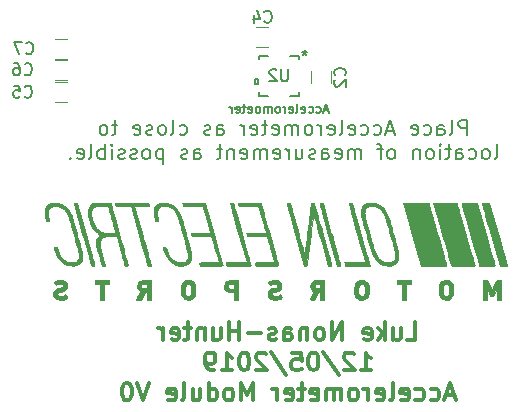
<source format=gbr>
G04 #@! TF.GenerationSoftware,KiCad,Pcbnew,5.1.4-e60b266~84~ubuntu18.04.1*
G04 #@! TF.CreationDate,2019-12-09T21:46:42-05:00*
G04 #@! TF.ProjectId,Accelerometer_Module,41636365-6c65-4726-9f6d-657465725f4d,rev?*
G04 #@! TF.SameCoordinates,Original*
G04 #@! TF.FileFunction,Legend,Bot*
G04 #@! TF.FilePolarity,Positive*
%FSLAX46Y46*%
G04 Gerber Fmt 4.6, Leading zero omitted, Abs format (unit mm)*
G04 Created by KiCad (PCBNEW 5.1.4-e60b266~84~ubuntu18.04.1) date 2019-12-09 21:46:42*
%MOMM*%
%LPD*%
G04 APERTURE LIST*
%ADD10C,0.150000*%
%ADD11C,0.300000*%
%ADD12C,0.010000*%
%ADD13C,0.152400*%
%ADD14C,0.120000*%
G04 APERTURE END LIST*
D10*
X76804714Y-120775000D02*
X76447571Y-120775000D01*
X76876142Y-120989285D02*
X76626142Y-120239285D01*
X76376142Y-120989285D01*
X75804714Y-120953571D02*
X75876142Y-120989285D01*
X76019000Y-120989285D01*
X76090428Y-120953571D01*
X76126142Y-120917857D01*
X76161857Y-120846428D01*
X76161857Y-120632142D01*
X76126142Y-120560714D01*
X76090428Y-120525000D01*
X76019000Y-120489285D01*
X75876142Y-120489285D01*
X75804714Y-120525000D01*
X75161857Y-120953571D02*
X75233285Y-120989285D01*
X75376142Y-120989285D01*
X75447571Y-120953571D01*
X75483285Y-120917857D01*
X75519000Y-120846428D01*
X75519000Y-120632142D01*
X75483285Y-120560714D01*
X75447571Y-120525000D01*
X75376142Y-120489285D01*
X75233285Y-120489285D01*
X75161857Y-120525000D01*
X74554714Y-120953571D02*
X74626142Y-120989285D01*
X74769000Y-120989285D01*
X74840428Y-120953571D01*
X74876142Y-120882142D01*
X74876142Y-120596428D01*
X74840428Y-120525000D01*
X74769000Y-120489285D01*
X74626142Y-120489285D01*
X74554714Y-120525000D01*
X74519000Y-120596428D01*
X74519000Y-120667857D01*
X74876142Y-120739285D01*
X74090428Y-120989285D02*
X74161857Y-120953571D01*
X74197571Y-120882142D01*
X74197571Y-120239285D01*
X73519000Y-120953571D02*
X73590428Y-120989285D01*
X73733285Y-120989285D01*
X73804714Y-120953571D01*
X73840428Y-120882142D01*
X73840428Y-120596428D01*
X73804714Y-120525000D01*
X73733285Y-120489285D01*
X73590428Y-120489285D01*
X73519000Y-120525000D01*
X73483285Y-120596428D01*
X73483285Y-120667857D01*
X73840428Y-120739285D01*
X73161857Y-120989285D02*
X73161857Y-120489285D01*
X73161857Y-120632142D02*
X73126142Y-120560714D01*
X73090428Y-120525000D01*
X73019000Y-120489285D01*
X72947571Y-120489285D01*
X72590428Y-120989285D02*
X72661857Y-120953571D01*
X72697571Y-120917857D01*
X72733285Y-120846428D01*
X72733285Y-120632142D01*
X72697571Y-120560714D01*
X72661857Y-120525000D01*
X72590428Y-120489285D01*
X72483285Y-120489285D01*
X72411857Y-120525000D01*
X72376142Y-120560714D01*
X72340428Y-120632142D01*
X72340428Y-120846428D01*
X72376142Y-120917857D01*
X72411857Y-120953571D01*
X72483285Y-120989285D01*
X72590428Y-120989285D01*
X72019000Y-120989285D02*
X72019000Y-120489285D01*
X72019000Y-120560714D02*
X71983285Y-120525000D01*
X71911857Y-120489285D01*
X71804714Y-120489285D01*
X71733285Y-120525000D01*
X71697571Y-120596428D01*
X71697571Y-120989285D01*
X71697571Y-120596428D02*
X71661857Y-120525000D01*
X71590428Y-120489285D01*
X71483285Y-120489285D01*
X71411857Y-120525000D01*
X71376142Y-120596428D01*
X71376142Y-120989285D01*
X70911857Y-120989285D02*
X70983285Y-120953571D01*
X71019000Y-120917857D01*
X71054714Y-120846428D01*
X71054714Y-120632142D01*
X71019000Y-120560714D01*
X70983285Y-120525000D01*
X70911857Y-120489285D01*
X70804714Y-120489285D01*
X70733285Y-120525000D01*
X70697571Y-120560714D01*
X70661857Y-120632142D01*
X70661857Y-120846428D01*
X70697571Y-120917857D01*
X70733285Y-120953571D01*
X70804714Y-120989285D01*
X70911857Y-120989285D01*
X70054714Y-120953571D02*
X70126142Y-120989285D01*
X70269000Y-120989285D01*
X70340428Y-120953571D01*
X70376142Y-120882142D01*
X70376142Y-120596428D01*
X70340428Y-120525000D01*
X70269000Y-120489285D01*
X70126142Y-120489285D01*
X70054714Y-120525000D01*
X70019000Y-120596428D01*
X70019000Y-120667857D01*
X70376142Y-120739285D01*
X69804714Y-120489285D02*
X69519000Y-120489285D01*
X69697571Y-120239285D02*
X69697571Y-120882142D01*
X69661857Y-120953571D01*
X69590428Y-120989285D01*
X69519000Y-120989285D01*
X68983285Y-120953571D02*
X69054714Y-120989285D01*
X69197571Y-120989285D01*
X69269000Y-120953571D01*
X69304714Y-120882142D01*
X69304714Y-120596428D01*
X69269000Y-120525000D01*
X69197571Y-120489285D01*
X69054714Y-120489285D01*
X68983285Y-120525000D01*
X68947571Y-120596428D01*
X68947571Y-120667857D01*
X69304714Y-120739285D01*
X68626142Y-120989285D02*
X68626142Y-120489285D01*
X68626142Y-120632142D02*
X68590428Y-120560714D01*
X68554714Y-120525000D01*
X68483285Y-120489285D01*
X68411857Y-120489285D01*
D11*
X83477428Y-140241571D02*
X84191714Y-140241571D01*
X84191714Y-138741571D01*
X82334571Y-139241571D02*
X82334571Y-140241571D01*
X82977428Y-139241571D02*
X82977428Y-140027285D01*
X82906000Y-140170142D01*
X82763142Y-140241571D01*
X82548857Y-140241571D01*
X82406000Y-140170142D01*
X82334571Y-140098714D01*
X81620285Y-140241571D02*
X81620285Y-138741571D01*
X81477428Y-139670142D02*
X81048857Y-140241571D01*
X81048857Y-139241571D02*
X81620285Y-139813000D01*
X79834571Y-140170142D02*
X79977428Y-140241571D01*
X80263142Y-140241571D01*
X80406000Y-140170142D01*
X80477428Y-140027285D01*
X80477428Y-139455857D01*
X80406000Y-139313000D01*
X80263142Y-139241571D01*
X79977428Y-139241571D01*
X79834571Y-139313000D01*
X79763142Y-139455857D01*
X79763142Y-139598714D01*
X80477428Y-139741571D01*
X77977428Y-140241571D02*
X77977428Y-138741571D01*
X77120285Y-140241571D01*
X77120285Y-138741571D01*
X76191714Y-140241571D02*
X76334571Y-140170142D01*
X76406000Y-140098714D01*
X76477428Y-139955857D01*
X76477428Y-139527285D01*
X76406000Y-139384428D01*
X76334571Y-139313000D01*
X76191714Y-139241571D01*
X75977428Y-139241571D01*
X75834571Y-139313000D01*
X75763142Y-139384428D01*
X75691714Y-139527285D01*
X75691714Y-139955857D01*
X75763142Y-140098714D01*
X75834571Y-140170142D01*
X75977428Y-140241571D01*
X76191714Y-140241571D01*
X75048857Y-139241571D02*
X75048857Y-140241571D01*
X75048857Y-139384428D02*
X74977428Y-139313000D01*
X74834571Y-139241571D01*
X74620285Y-139241571D01*
X74477428Y-139313000D01*
X74406000Y-139455857D01*
X74406000Y-140241571D01*
X73048857Y-140241571D02*
X73048857Y-139455857D01*
X73120285Y-139313000D01*
X73263142Y-139241571D01*
X73548857Y-139241571D01*
X73691714Y-139313000D01*
X73048857Y-140170142D02*
X73191714Y-140241571D01*
X73548857Y-140241571D01*
X73691714Y-140170142D01*
X73763142Y-140027285D01*
X73763142Y-139884428D01*
X73691714Y-139741571D01*
X73548857Y-139670142D01*
X73191714Y-139670142D01*
X73048857Y-139598714D01*
X72406000Y-140170142D02*
X72263142Y-140241571D01*
X71977428Y-140241571D01*
X71834571Y-140170142D01*
X71763142Y-140027285D01*
X71763142Y-139955857D01*
X71834571Y-139813000D01*
X71977428Y-139741571D01*
X72191714Y-139741571D01*
X72334571Y-139670142D01*
X72406000Y-139527285D01*
X72406000Y-139455857D01*
X72334571Y-139313000D01*
X72191714Y-139241571D01*
X71977428Y-139241571D01*
X71834571Y-139313000D01*
X71120285Y-139670142D02*
X69977428Y-139670142D01*
X69263142Y-140241571D02*
X69263142Y-138741571D01*
X69263142Y-139455857D02*
X68406000Y-139455857D01*
X68406000Y-140241571D02*
X68406000Y-138741571D01*
X67048857Y-139241571D02*
X67048857Y-140241571D01*
X67691714Y-139241571D02*
X67691714Y-140027285D01*
X67620285Y-140170142D01*
X67477428Y-140241571D01*
X67263142Y-140241571D01*
X67120285Y-140170142D01*
X67048857Y-140098714D01*
X66334571Y-139241571D02*
X66334571Y-140241571D01*
X66334571Y-139384428D02*
X66263142Y-139313000D01*
X66120285Y-139241571D01*
X65906000Y-139241571D01*
X65763142Y-139313000D01*
X65691714Y-139455857D01*
X65691714Y-140241571D01*
X65191714Y-139241571D02*
X64620285Y-139241571D01*
X64977428Y-138741571D02*
X64977428Y-140027285D01*
X64906000Y-140170142D01*
X64763142Y-140241571D01*
X64620285Y-140241571D01*
X63548857Y-140170142D02*
X63691714Y-140241571D01*
X63977428Y-140241571D01*
X64120285Y-140170142D01*
X64191714Y-140027285D01*
X64191714Y-139455857D01*
X64120285Y-139313000D01*
X63977428Y-139241571D01*
X63691714Y-139241571D01*
X63548857Y-139313000D01*
X63477428Y-139455857D01*
X63477428Y-139598714D01*
X64191714Y-139741571D01*
X62834571Y-140241571D02*
X62834571Y-139241571D01*
X62834571Y-139527285D02*
X62763142Y-139384428D01*
X62691714Y-139313000D01*
X62548857Y-139241571D01*
X62406000Y-139241571D01*
X79548857Y-142791571D02*
X80406000Y-142791571D01*
X79977428Y-142791571D02*
X79977428Y-141291571D01*
X80120285Y-141505857D01*
X80263142Y-141648714D01*
X80406000Y-141720142D01*
X78977428Y-141434428D02*
X78906000Y-141363000D01*
X78763142Y-141291571D01*
X78406000Y-141291571D01*
X78263142Y-141363000D01*
X78191714Y-141434428D01*
X78120285Y-141577285D01*
X78120285Y-141720142D01*
X78191714Y-141934428D01*
X79048857Y-142791571D01*
X78120285Y-142791571D01*
X76406000Y-141220142D02*
X77691714Y-143148714D01*
X75620285Y-141291571D02*
X75477428Y-141291571D01*
X75334571Y-141363000D01*
X75263142Y-141434428D01*
X75191714Y-141577285D01*
X75120285Y-141863000D01*
X75120285Y-142220142D01*
X75191714Y-142505857D01*
X75263142Y-142648714D01*
X75334571Y-142720142D01*
X75477428Y-142791571D01*
X75620285Y-142791571D01*
X75763142Y-142720142D01*
X75834571Y-142648714D01*
X75906000Y-142505857D01*
X75977428Y-142220142D01*
X75977428Y-141863000D01*
X75906000Y-141577285D01*
X75834571Y-141434428D01*
X75763142Y-141363000D01*
X75620285Y-141291571D01*
X73763142Y-141291571D02*
X74477428Y-141291571D01*
X74548857Y-142005857D01*
X74477428Y-141934428D01*
X74334571Y-141863000D01*
X73977428Y-141863000D01*
X73834571Y-141934428D01*
X73763142Y-142005857D01*
X73691714Y-142148714D01*
X73691714Y-142505857D01*
X73763142Y-142648714D01*
X73834571Y-142720142D01*
X73977428Y-142791571D01*
X74334571Y-142791571D01*
X74477428Y-142720142D01*
X74548857Y-142648714D01*
X71977428Y-141220142D02*
X73263142Y-143148714D01*
X71548857Y-141434428D02*
X71477428Y-141363000D01*
X71334571Y-141291571D01*
X70977428Y-141291571D01*
X70834571Y-141363000D01*
X70763142Y-141434428D01*
X70691714Y-141577285D01*
X70691714Y-141720142D01*
X70763142Y-141934428D01*
X71620285Y-142791571D01*
X70691714Y-142791571D01*
X69763142Y-141291571D02*
X69620285Y-141291571D01*
X69477428Y-141363000D01*
X69406000Y-141434428D01*
X69334571Y-141577285D01*
X69263142Y-141863000D01*
X69263142Y-142220142D01*
X69334571Y-142505857D01*
X69406000Y-142648714D01*
X69477428Y-142720142D01*
X69620285Y-142791571D01*
X69763142Y-142791571D01*
X69906000Y-142720142D01*
X69977428Y-142648714D01*
X70048857Y-142505857D01*
X70120285Y-142220142D01*
X70120285Y-141863000D01*
X70048857Y-141577285D01*
X69977428Y-141434428D01*
X69906000Y-141363000D01*
X69763142Y-141291571D01*
X67834571Y-142791571D02*
X68691714Y-142791571D01*
X68263142Y-142791571D02*
X68263142Y-141291571D01*
X68406000Y-141505857D01*
X68548857Y-141648714D01*
X68691714Y-141720142D01*
X67120285Y-142791571D02*
X66834571Y-142791571D01*
X66691714Y-142720142D01*
X66620285Y-142648714D01*
X66477428Y-142434428D01*
X66406000Y-142148714D01*
X66406000Y-141577285D01*
X66477428Y-141434428D01*
X66548857Y-141363000D01*
X66691714Y-141291571D01*
X66977428Y-141291571D01*
X67120285Y-141363000D01*
X67191714Y-141434428D01*
X67263142Y-141577285D01*
X67263142Y-141934428D01*
X67191714Y-142077285D01*
X67120285Y-142148714D01*
X66977428Y-142220142D01*
X66691714Y-142220142D01*
X66548857Y-142148714D01*
X66477428Y-142077285D01*
X66406000Y-141934428D01*
X87477428Y-144913000D02*
X86763142Y-144913000D01*
X87620285Y-145341571D02*
X87120285Y-143841571D01*
X86620285Y-145341571D01*
X85477428Y-145270142D02*
X85620285Y-145341571D01*
X85906000Y-145341571D01*
X86048857Y-145270142D01*
X86120285Y-145198714D01*
X86191714Y-145055857D01*
X86191714Y-144627285D01*
X86120285Y-144484428D01*
X86048857Y-144413000D01*
X85906000Y-144341571D01*
X85620285Y-144341571D01*
X85477428Y-144413000D01*
X84191714Y-145270142D02*
X84334571Y-145341571D01*
X84620285Y-145341571D01*
X84763142Y-145270142D01*
X84834571Y-145198714D01*
X84906000Y-145055857D01*
X84906000Y-144627285D01*
X84834571Y-144484428D01*
X84763142Y-144413000D01*
X84620285Y-144341571D01*
X84334571Y-144341571D01*
X84191714Y-144413000D01*
X82977428Y-145270142D02*
X83120285Y-145341571D01*
X83406000Y-145341571D01*
X83548857Y-145270142D01*
X83620285Y-145127285D01*
X83620285Y-144555857D01*
X83548857Y-144413000D01*
X83406000Y-144341571D01*
X83120285Y-144341571D01*
X82977428Y-144413000D01*
X82906000Y-144555857D01*
X82906000Y-144698714D01*
X83620285Y-144841571D01*
X82048857Y-145341571D02*
X82191714Y-145270142D01*
X82263142Y-145127285D01*
X82263142Y-143841571D01*
X80905999Y-145270142D02*
X81048857Y-145341571D01*
X81334571Y-145341571D01*
X81477428Y-145270142D01*
X81548857Y-145127285D01*
X81548857Y-144555857D01*
X81477428Y-144413000D01*
X81334571Y-144341571D01*
X81048857Y-144341571D01*
X80905999Y-144413000D01*
X80834571Y-144555857D01*
X80834571Y-144698714D01*
X81548857Y-144841571D01*
X80191714Y-145341571D02*
X80191714Y-144341571D01*
X80191714Y-144627285D02*
X80120285Y-144484428D01*
X80048857Y-144413000D01*
X79905999Y-144341571D01*
X79763142Y-144341571D01*
X79048857Y-145341571D02*
X79191714Y-145270142D01*
X79263142Y-145198714D01*
X79334571Y-145055857D01*
X79334571Y-144627285D01*
X79263142Y-144484428D01*
X79191714Y-144413000D01*
X79048857Y-144341571D01*
X78834571Y-144341571D01*
X78691714Y-144413000D01*
X78620285Y-144484428D01*
X78548857Y-144627285D01*
X78548857Y-145055857D01*
X78620285Y-145198714D01*
X78691714Y-145270142D01*
X78834571Y-145341571D01*
X79048857Y-145341571D01*
X77905999Y-145341571D02*
X77905999Y-144341571D01*
X77905999Y-144484428D02*
X77834571Y-144413000D01*
X77691714Y-144341571D01*
X77477428Y-144341571D01*
X77334571Y-144413000D01*
X77263142Y-144555857D01*
X77263142Y-145341571D01*
X77263142Y-144555857D02*
X77191714Y-144413000D01*
X77048857Y-144341571D01*
X76834571Y-144341571D01*
X76691714Y-144413000D01*
X76620285Y-144555857D01*
X76620285Y-145341571D01*
X75334571Y-145270142D02*
X75477428Y-145341571D01*
X75763142Y-145341571D01*
X75905999Y-145270142D01*
X75977428Y-145127285D01*
X75977428Y-144555857D01*
X75905999Y-144413000D01*
X75763142Y-144341571D01*
X75477428Y-144341571D01*
X75334571Y-144413000D01*
X75263142Y-144555857D01*
X75263142Y-144698714D01*
X75977428Y-144841571D01*
X74834571Y-144341571D02*
X74263142Y-144341571D01*
X74620285Y-143841571D02*
X74620285Y-145127285D01*
X74548857Y-145270142D01*
X74405999Y-145341571D01*
X74263142Y-145341571D01*
X73191714Y-145270142D02*
X73334571Y-145341571D01*
X73620285Y-145341571D01*
X73763142Y-145270142D01*
X73834571Y-145127285D01*
X73834571Y-144555857D01*
X73763142Y-144413000D01*
X73620285Y-144341571D01*
X73334571Y-144341571D01*
X73191714Y-144413000D01*
X73120285Y-144555857D01*
X73120285Y-144698714D01*
X73834571Y-144841571D01*
X72477428Y-145341571D02*
X72477428Y-144341571D01*
X72477428Y-144627285D02*
X72405999Y-144484428D01*
X72334571Y-144413000D01*
X72191714Y-144341571D01*
X72048857Y-144341571D01*
X70405999Y-145341571D02*
X70405999Y-143841571D01*
X69905999Y-144913000D01*
X69405999Y-143841571D01*
X69405999Y-145341571D01*
X68477428Y-145341571D02*
X68620285Y-145270142D01*
X68691714Y-145198714D01*
X68763142Y-145055857D01*
X68763142Y-144627285D01*
X68691714Y-144484428D01*
X68620285Y-144413000D01*
X68477428Y-144341571D01*
X68263142Y-144341571D01*
X68120285Y-144413000D01*
X68048857Y-144484428D01*
X67977428Y-144627285D01*
X67977428Y-145055857D01*
X68048857Y-145198714D01*
X68120285Y-145270142D01*
X68263142Y-145341571D01*
X68477428Y-145341571D01*
X66691714Y-145341571D02*
X66691714Y-143841571D01*
X66691714Y-145270142D02*
X66834571Y-145341571D01*
X67120285Y-145341571D01*
X67263142Y-145270142D01*
X67334571Y-145198714D01*
X67405999Y-145055857D01*
X67405999Y-144627285D01*
X67334571Y-144484428D01*
X67263142Y-144413000D01*
X67120285Y-144341571D01*
X66834571Y-144341571D01*
X66691714Y-144413000D01*
X65334571Y-144341571D02*
X65334571Y-145341571D01*
X65977428Y-144341571D02*
X65977428Y-145127285D01*
X65905999Y-145270142D01*
X65763142Y-145341571D01*
X65548857Y-145341571D01*
X65405999Y-145270142D01*
X65334571Y-145198714D01*
X64405999Y-145341571D02*
X64548857Y-145270142D01*
X64620285Y-145127285D01*
X64620285Y-143841571D01*
X63263142Y-145270142D02*
X63405999Y-145341571D01*
X63691714Y-145341571D01*
X63834571Y-145270142D01*
X63905999Y-145127285D01*
X63905999Y-144555857D01*
X63834571Y-144413000D01*
X63691714Y-144341571D01*
X63405999Y-144341571D01*
X63263142Y-144413000D01*
X63191714Y-144555857D01*
X63191714Y-144698714D01*
X63905999Y-144841571D01*
X61620285Y-143841571D02*
X61120285Y-145341571D01*
X60620285Y-143841571D01*
X59834571Y-143841571D02*
X59691714Y-143841571D01*
X59548857Y-143913000D01*
X59477428Y-143984428D01*
X59405999Y-144127285D01*
X59334571Y-144413000D01*
X59334571Y-144770142D01*
X59405999Y-145055857D01*
X59477428Y-145198714D01*
X59548857Y-145270142D01*
X59691714Y-145341571D01*
X59834571Y-145341571D01*
X59977428Y-145270142D01*
X60048857Y-145198714D01*
X60120285Y-145055857D01*
X60191714Y-144770142D01*
X60191714Y-144413000D01*
X60120285Y-144127285D01*
X60048857Y-143984428D01*
X59977428Y-143913000D01*
X59834571Y-143841571D01*
D10*
X88537142Y-122864023D02*
X88537142Y-121594023D01*
X88053333Y-121594023D01*
X87932380Y-121654500D01*
X87871904Y-121714976D01*
X87811428Y-121835928D01*
X87811428Y-122017357D01*
X87871904Y-122138309D01*
X87932380Y-122198785D01*
X88053333Y-122259261D01*
X88537142Y-122259261D01*
X87085714Y-122864023D02*
X87206666Y-122803547D01*
X87267142Y-122682595D01*
X87267142Y-121594023D01*
X86057619Y-122864023D02*
X86057619Y-122198785D01*
X86118095Y-122077833D01*
X86239047Y-122017357D01*
X86480952Y-122017357D01*
X86601904Y-122077833D01*
X86057619Y-122803547D02*
X86178571Y-122864023D01*
X86480952Y-122864023D01*
X86601904Y-122803547D01*
X86662380Y-122682595D01*
X86662380Y-122561642D01*
X86601904Y-122440690D01*
X86480952Y-122380214D01*
X86178571Y-122380214D01*
X86057619Y-122319738D01*
X84908571Y-122803547D02*
X85029523Y-122864023D01*
X85271428Y-122864023D01*
X85392380Y-122803547D01*
X85452857Y-122743071D01*
X85513333Y-122622119D01*
X85513333Y-122259261D01*
X85452857Y-122138309D01*
X85392380Y-122077833D01*
X85271428Y-122017357D01*
X85029523Y-122017357D01*
X84908571Y-122077833D01*
X83880476Y-122803547D02*
X84001428Y-122864023D01*
X84243333Y-122864023D01*
X84364285Y-122803547D01*
X84424761Y-122682595D01*
X84424761Y-122198785D01*
X84364285Y-122077833D01*
X84243333Y-122017357D01*
X84001428Y-122017357D01*
X83880476Y-122077833D01*
X83820000Y-122198785D01*
X83820000Y-122319738D01*
X84424761Y-122440690D01*
X82368571Y-122501166D02*
X81763809Y-122501166D01*
X82489523Y-122864023D02*
X82066190Y-121594023D01*
X81642857Y-122864023D01*
X80675238Y-122803547D02*
X80796190Y-122864023D01*
X81038095Y-122864023D01*
X81159047Y-122803547D01*
X81219523Y-122743071D01*
X81280000Y-122622119D01*
X81280000Y-122259261D01*
X81219523Y-122138309D01*
X81159047Y-122077833D01*
X81038095Y-122017357D01*
X80796190Y-122017357D01*
X80675238Y-122077833D01*
X79586666Y-122803547D02*
X79707619Y-122864023D01*
X79949523Y-122864023D01*
X80070476Y-122803547D01*
X80130952Y-122743071D01*
X80191428Y-122622119D01*
X80191428Y-122259261D01*
X80130952Y-122138309D01*
X80070476Y-122077833D01*
X79949523Y-122017357D01*
X79707619Y-122017357D01*
X79586666Y-122077833D01*
X78558571Y-122803547D02*
X78679523Y-122864023D01*
X78921428Y-122864023D01*
X79042380Y-122803547D01*
X79102857Y-122682595D01*
X79102857Y-122198785D01*
X79042380Y-122077833D01*
X78921428Y-122017357D01*
X78679523Y-122017357D01*
X78558571Y-122077833D01*
X78498095Y-122198785D01*
X78498095Y-122319738D01*
X79102857Y-122440690D01*
X77772380Y-122864023D02*
X77893333Y-122803547D01*
X77953809Y-122682595D01*
X77953809Y-121594023D01*
X76804761Y-122803547D02*
X76925714Y-122864023D01*
X77167619Y-122864023D01*
X77288571Y-122803547D01*
X77349047Y-122682595D01*
X77349047Y-122198785D01*
X77288571Y-122077833D01*
X77167619Y-122017357D01*
X76925714Y-122017357D01*
X76804761Y-122077833D01*
X76744285Y-122198785D01*
X76744285Y-122319738D01*
X77349047Y-122440690D01*
X76200000Y-122864023D02*
X76200000Y-122017357D01*
X76200000Y-122259261D02*
X76139523Y-122138309D01*
X76079047Y-122077833D01*
X75958095Y-122017357D01*
X75837142Y-122017357D01*
X75232380Y-122864023D02*
X75353333Y-122803547D01*
X75413809Y-122743071D01*
X75474285Y-122622119D01*
X75474285Y-122259261D01*
X75413809Y-122138309D01*
X75353333Y-122077833D01*
X75232380Y-122017357D01*
X75050952Y-122017357D01*
X74930000Y-122077833D01*
X74869523Y-122138309D01*
X74809047Y-122259261D01*
X74809047Y-122622119D01*
X74869523Y-122743071D01*
X74930000Y-122803547D01*
X75050952Y-122864023D01*
X75232380Y-122864023D01*
X74264761Y-122864023D02*
X74264761Y-122017357D01*
X74264761Y-122138309D02*
X74204285Y-122077833D01*
X74083333Y-122017357D01*
X73901904Y-122017357D01*
X73780952Y-122077833D01*
X73720476Y-122198785D01*
X73720476Y-122864023D01*
X73720476Y-122198785D02*
X73660000Y-122077833D01*
X73539047Y-122017357D01*
X73357619Y-122017357D01*
X73236666Y-122077833D01*
X73176190Y-122198785D01*
X73176190Y-122864023D01*
X72087619Y-122803547D02*
X72208571Y-122864023D01*
X72450476Y-122864023D01*
X72571428Y-122803547D01*
X72631904Y-122682595D01*
X72631904Y-122198785D01*
X72571428Y-122077833D01*
X72450476Y-122017357D01*
X72208571Y-122017357D01*
X72087619Y-122077833D01*
X72027142Y-122198785D01*
X72027142Y-122319738D01*
X72631904Y-122440690D01*
X71664285Y-122017357D02*
X71180476Y-122017357D01*
X71482857Y-121594023D02*
X71482857Y-122682595D01*
X71422380Y-122803547D01*
X71301428Y-122864023D01*
X71180476Y-122864023D01*
X70273333Y-122803547D02*
X70394285Y-122864023D01*
X70636190Y-122864023D01*
X70757142Y-122803547D01*
X70817619Y-122682595D01*
X70817619Y-122198785D01*
X70757142Y-122077833D01*
X70636190Y-122017357D01*
X70394285Y-122017357D01*
X70273333Y-122077833D01*
X70212857Y-122198785D01*
X70212857Y-122319738D01*
X70817619Y-122440690D01*
X69668571Y-122864023D02*
X69668571Y-122017357D01*
X69668571Y-122259261D02*
X69608095Y-122138309D01*
X69547619Y-122077833D01*
X69426666Y-122017357D01*
X69305714Y-122017357D01*
X67370476Y-122864023D02*
X67370476Y-122198785D01*
X67430952Y-122077833D01*
X67551904Y-122017357D01*
X67793809Y-122017357D01*
X67914761Y-122077833D01*
X67370476Y-122803547D02*
X67491428Y-122864023D01*
X67793809Y-122864023D01*
X67914761Y-122803547D01*
X67975238Y-122682595D01*
X67975238Y-122561642D01*
X67914761Y-122440690D01*
X67793809Y-122380214D01*
X67491428Y-122380214D01*
X67370476Y-122319738D01*
X66826190Y-122803547D02*
X66705238Y-122864023D01*
X66463333Y-122864023D01*
X66342380Y-122803547D01*
X66281904Y-122682595D01*
X66281904Y-122622119D01*
X66342380Y-122501166D01*
X66463333Y-122440690D01*
X66644761Y-122440690D01*
X66765714Y-122380214D01*
X66826190Y-122259261D01*
X66826190Y-122198785D01*
X66765714Y-122077833D01*
X66644761Y-122017357D01*
X66463333Y-122017357D01*
X66342380Y-122077833D01*
X64225714Y-122803547D02*
X64346666Y-122864023D01*
X64588571Y-122864023D01*
X64709523Y-122803547D01*
X64770000Y-122743071D01*
X64830476Y-122622119D01*
X64830476Y-122259261D01*
X64770000Y-122138309D01*
X64709523Y-122077833D01*
X64588571Y-122017357D01*
X64346666Y-122017357D01*
X64225714Y-122077833D01*
X63500000Y-122864023D02*
X63620952Y-122803547D01*
X63681428Y-122682595D01*
X63681428Y-121594023D01*
X62834761Y-122864023D02*
X62955714Y-122803547D01*
X63016190Y-122743071D01*
X63076666Y-122622119D01*
X63076666Y-122259261D01*
X63016190Y-122138309D01*
X62955714Y-122077833D01*
X62834761Y-122017357D01*
X62653333Y-122017357D01*
X62532380Y-122077833D01*
X62471904Y-122138309D01*
X62411428Y-122259261D01*
X62411428Y-122622119D01*
X62471904Y-122743071D01*
X62532380Y-122803547D01*
X62653333Y-122864023D01*
X62834761Y-122864023D01*
X61927619Y-122803547D02*
X61806666Y-122864023D01*
X61564761Y-122864023D01*
X61443809Y-122803547D01*
X61383333Y-122682595D01*
X61383333Y-122622119D01*
X61443809Y-122501166D01*
X61564761Y-122440690D01*
X61746190Y-122440690D01*
X61867142Y-122380214D01*
X61927619Y-122259261D01*
X61927619Y-122198785D01*
X61867142Y-122077833D01*
X61746190Y-122017357D01*
X61564761Y-122017357D01*
X61443809Y-122077833D01*
X60355238Y-122803547D02*
X60476190Y-122864023D01*
X60718095Y-122864023D01*
X60839047Y-122803547D01*
X60899523Y-122682595D01*
X60899523Y-122198785D01*
X60839047Y-122077833D01*
X60718095Y-122017357D01*
X60476190Y-122017357D01*
X60355238Y-122077833D01*
X60294761Y-122198785D01*
X60294761Y-122319738D01*
X60899523Y-122440690D01*
X58964285Y-122017357D02*
X58480476Y-122017357D01*
X58782857Y-121594023D02*
X58782857Y-122682595D01*
X58722380Y-122803547D01*
X58601428Y-122864023D01*
X58480476Y-122864023D01*
X57875714Y-122864023D02*
X57996666Y-122803547D01*
X58057142Y-122743071D01*
X58117619Y-122622119D01*
X58117619Y-122259261D01*
X58057142Y-122138309D01*
X57996666Y-122077833D01*
X57875714Y-122017357D01*
X57694285Y-122017357D01*
X57573333Y-122077833D01*
X57512857Y-122138309D01*
X57452380Y-122259261D01*
X57452380Y-122622119D01*
X57512857Y-122743071D01*
X57573333Y-122803547D01*
X57694285Y-122864023D01*
X57875714Y-122864023D01*
X90895714Y-124919023D02*
X91016666Y-124858547D01*
X91077142Y-124737595D01*
X91077142Y-123649023D01*
X90230476Y-124919023D02*
X90351428Y-124858547D01*
X90411904Y-124798071D01*
X90472380Y-124677119D01*
X90472380Y-124314261D01*
X90411904Y-124193309D01*
X90351428Y-124132833D01*
X90230476Y-124072357D01*
X90049047Y-124072357D01*
X89928095Y-124132833D01*
X89867619Y-124193309D01*
X89807142Y-124314261D01*
X89807142Y-124677119D01*
X89867619Y-124798071D01*
X89928095Y-124858547D01*
X90049047Y-124919023D01*
X90230476Y-124919023D01*
X88718571Y-124858547D02*
X88839523Y-124919023D01*
X89081428Y-124919023D01*
X89202380Y-124858547D01*
X89262857Y-124798071D01*
X89323333Y-124677119D01*
X89323333Y-124314261D01*
X89262857Y-124193309D01*
X89202380Y-124132833D01*
X89081428Y-124072357D01*
X88839523Y-124072357D01*
X88718571Y-124132833D01*
X87630000Y-124919023D02*
X87630000Y-124253785D01*
X87690476Y-124132833D01*
X87811428Y-124072357D01*
X88053333Y-124072357D01*
X88174285Y-124132833D01*
X87630000Y-124858547D02*
X87750952Y-124919023D01*
X88053333Y-124919023D01*
X88174285Y-124858547D01*
X88234761Y-124737595D01*
X88234761Y-124616642D01*
X88174285Y-124495690D01*
X88053333Y-124435214D01*
X87750952Y-124435214D01*
X87630000Y-124374738D01*
X87206666Y-124072357D02*
X86722857Y-124072357D01*
X87025238Y-123649023D02*
X87025238Y-124737595D01*
X86964761Y-124858547D01*
X86843809Y-124919023D01*
X86722857Y-124919023D01*
X86299523Y-124919023D02*
X86299523Y-124072357D01*
X86299523Y-123649023D02*
X86360000Y-123709500D01*
X86299523Y-123769976D01*
X86239047Y-123709500D01*
X86299523Y-123649023D01*
X86299523Y-123769976D01*
X85513333Y-124919023D02*
X85634285Y-124858547D01*
X85694761Y-124798071D01*
X85755238Y-124677119D01*
X85755238Y-124314261D01*
X85694761Y-124193309D01*
X85634285Y-124132833D01*
X85513333Y-124072357D01*
X85331904Y-124072357D01*
X85210952Y-124132833D01*
X85150476Y-124193309D01*
X85090000Y-124314261D01*
X85090000Y-124677119D01*
X85150476Y-124798071D01*
X85210952Y-124858547D01*
X85331904Y-124919023D01*
X85513333Y-124919023D01*
X84545714Y-124072357D02*
X84545714Y-124919023D01*
X84545714Y-124193309D02*
X84485238Y-124132833D01*
X84364285Y-124072357D01*
X84182857Y-124072357D01*
X84061904Y-124132833D01*
X84001428Y-124253785D01*
X84001428Y-124919023D01*
X82247619Y-124919023D02*
X82368571Y-124858547D01*
X82429047Y-124798071D01*
X82489523Y-124677119D01*
X82489523Y-124314261D01*
X82429047Y-124193309D01*
X82368571Y-124132833D01*
X82247619Y-124072357D01*
X82066190Y-124072357D01*
X81945238Y-124132833D01*
X81884761Y-124193309D01*
X81824285Y-124314261D01*
X81824285Y-124677119D01*
X81884761Y-124798071D01*
X81945238Y-124858547D01*
X82066190Y-124919023D01*
X82247619Y-124919023D01*
X81461428Y-124072357D02*
X80977619Y-124072357D01*
X81280000Y-124919023D02*
X81280000Y-123830452D01*
X81219523Y-123709500D01*
X81098571Y-123649023D01*
X80977619Y-123649023D01*
X79586666Y-124919023D02*
X79586666Y-124072357D01*
X79586666Y-124193309D02*
X79526190Y-124132833D01*
X79405238Y-124072357D01*
X79223809Y-124072357D01*
X79102857Y-124132833D01*
X79042380Y-124253785D01*
X79042380Y-124919023D01*
X79042380Y-124253785D02*
X78981904Y-124132833D01*
X78860952Y-124072357D01*
X78679523Y-124072357D01*
X78558571Y-124132833D01*
X78498095Y-124253785D01*
X78498095Y-124919023D01*
X77409523Y-124858547D02*
X77530476Y-124919023D01*
X77772380Y-124919023D01*
X77893333Y-124858547D01*
X77953809Y-124737595D01*
X77953809Y-124253785D01*
X77893333Y-124132833D01*
X77772380Y-124072357D01*
X77530476Y-124072357D01*
X77409523Y-124132833D01*
X77349047Y-124253785D01*
X77349047Y-124374738D01*
X77953809Y-124495690D01*
X76260476Y-124919023D02*
X76260476Y-124253785D01*
X76320952Y-124132833D01*
X76441904Y-124072357D01*
X76683809Y-124072357D01*
X76804761Y-124132833D01*
X76260476Y-124858547D02*
X76381428Y-124919023D01*
X76683809Y-124919023D01*
X76804761Y-124858547D01*
X76865238Y-124737595D01*
X76865238Y-124616642D01*
X76804761Y-124495690D01*
X76683809Y-124435214D01*
X76381428Y-124435214D01*
X76260476Y-124374738D01*
X75716190Y-124858547D02*
X75595238Y-124919023D01*
X75353333Y-124919023D01*
X75232380Y-124858547D01*
X75171904Y-124737595D01*
X75171904Y-124677119D01*
X75232380Y-124556166D01*
X75353333Y-124495690D01*
X75534761Y-124495690D01*
X75655714Y-124435214D01*
X75716190Y-124314261D01*
X75716190Y-124253785D01*
X75655714Y-124132833D01*
X75534761Y-124072357D01*
X75353333Y-124072357D01*
X75232380Y-124132833D01*
X74083333Y-124072357D02*
X74083333Y-124919023D01*
X74627619Y-124072357D02*
X74627619Y-124737595D01*
X74567142Y-124858547D01*
X74446190Y-124919023D01*
X74264761Y-124919023D01*
X74143809Y-124858547D01*
X74083333Y-124798071D01*
X73478571Y-124919023D02*
X73478571Y-124072357D01*
X73478571Y-124314261D02*
X73418095Y-124193309D01*
X73357619Y-124132833D01*
X73236666Y-124072357D01*
X73115714Y-124072357D01*
X72208571Y-124858547D02*
X72329523Y-124919023D01*
X72571428Y-124919023D01*
X72692380Y-124858547D01*
X72752857Y-124737595D01*
X72752857Y-124253785D01*
X72692380Y-124132833D01*
X72571428Y-124072357D01*
X72329523Y-124072357D01*
X72208571Y-124132833D01*
X72148095Y-124253785D01*
X72148095Y-124374738D01*
X72752857Y-124495690D01*
X71603809Y-124919023D02*
X71603809Y-124072357D01*
X71603809Y-124193309D02*
X71543333Y-124132833D01*
X71422380Y-124072357D01*
X71240952Y-124072357D01*
X71120000Y-124132833D01*
X71059523Y-124253785D01*
X71059523Y-124919023D01*
X71059523Y-124253785D02*
X70999047Y-124132833D01*
X70878095Y-124072357D01*
X70696666Y-124072357D01*
X70575714Y-124132833D01*
X70515238Y-124253785D01*
X70515238Y-124919023D01*
X69426666Y-124858547D02*
X69547619Y-124919023D01*
X69789523Y-124919023D01*
X69910476Y-124858547D01*
X69970952Y-124737595D01*
X69970952Y-124253785D01*
X69910476Y-124132833D01*
X69789523Y-124072357D01*
X69547619Y-124072357D01*
X69426666Y-124132833D01*
X69366190Y-124253785D01*
X69366190Y-124374738D01*
X69970952Y-124495690D01*
X68821904Y-124072357D02*
X68821904Y-124919023D01*
X68821904Y-124193309D02*
X68761428Y-124132833D01*
X68640476Y-124072357D01*
X68459047Y-124072357D01*
X68338095Y-124132833D01*
X68277619Y-124253785D01*
X68277619Y-124919023D01*
X67854285Y-124072357D02*
X67370476Y-124072357D01*
X67672857Y-123649023D02*
X67672857Y-124737595D01*
X67612380Y-124858547D01*
X67491428Y-124919023D01*
X67370476Y-124919023D01*
X65435238Y-124919023D02*
X65435238Y-124253785D01*
X65495714Y-124132833D01*
X65616666Y-124072357D01*
X65858571Y-124072357D01*
X65979523Y-124132833D01*
X65435238Y-124858547D02*
X65556190Y-124919023D01*
X65858571Y-124919023D01*
X65979523Y-124858547D01*
X66040000Y-124737595D01*
X66040000Y-124616642D01*
X65979523Y-124495690D01*
X65858571Y-124435214D01*
X65556190Y-124435214D01*
X65435238Y-124374738D01*
X64890952Y-124858547D02*
X64769999Y-124919023D01*
X64528095Y-124919023D01*
X64407142Y-124858547D01*
X64346666Y-124737595D01*
X64346666Y-124677119D01*
X64407142Y-124556166D01*
X64528095Y-124495690D01*
X64709523Y-124495690D01*
X64830476Y-124435214D01*
X64890952Y-124314261D01*
X64890952Y-124253785D01*
X64830476Y-124132833D01*
X64709523Y-124072357D01*
X64528095Y-124072357D01*
X64407142Y-124132833D01*
X62834761Y-124072357D02*
X62834761Y-125342357D01*
X62834761Y-124132833D02*
X62713809Y-124072357D01*
X62471904Y-124072357D01*
X62350952Y-124132833D01*
X62290476Y-124193309D01*
X62229999Y-124314261D01*
X62229999Y-124677119D01*
X62290476Y-124798071D01*
X62350952Y-124858547D01*
X62471904Y-124919023D01*
X62713809Y-124919023D01*
X62834761Y-124858547D01*
X61504285Y-124919023D02*
X61625238Y-124858547D01*
X61685714Y-124798071D01*
X61746190Y-124677119D01*
X61746190Y-124314261D01*
X61685714Y-124193309D01*
X61625238Y-124132833D01*
X61504285Y-124072357D01*
X61322857Y-124072357D01*
X61201904Y-124132833D01*
X61141428Y-124193309D01*
X61080952Y-124314261D01*
X61080952Y-124677119D01*
X61141428Y-124798071D01*
X61201904Y-124858547D01*
X61322857Y-124919023D01*
X61504285Y-124919023D01*
X60597142Y-124858547D02*
X60476190Y-124919023D01*
X60234285Y-124919023D01*
X60113333Y-124858547D01*
X60052857Y-124737595D01*
X60052857Y-124677119D01*
X60113333Y-124556166D01*
X60234285Y-124495690D01*
X60415714Y-124495690D01*
X60536666Y-124435214D01*
X60597142Y-124314261D01*
X60597142Y-124253785D01*
X60536666Y-124132833D01*
X60415714Y-124072357D01*
X60234285Y-124072357D01*
X60113333Y-124132833D01*
X59569047Y-124858547D02*
X59448095Y-124919023D01*
X59206190Y-124919023D01*
X59085238Y-124858547D01*
X59024761Y-124737595D01*
X59024761Y-124677119D01*
X59085238Y-124556166D01*
X59206190Y-124495690D01*
X59387619Y-124495690D01*
X59508571Y-124435214D01*
X59569047Y-124314261D01*
X59569047Y-124253785D01*
X59508571Y-124132833D01*
X59387619Y-124072357D01*
X59206190Y-124072357D01*
X59085238Y-124132833D01*
X58480476Y-124919023D02*
X58480476Y-124072357D01*
X58480476Y-123649023D02*
X58540952Y-123709500D01*
X58480476Y-123769976D01*
X58419999Y-123709500D01*
X58480476Y-123649023D01*
X58480476Y-123769976D01*
X57875714Y-124919023D02*
X57875714Y-123649023D01*
X57875714Y-124132833D02*
X57754761Y-124072357D01*
X57512857Y-124072357D01*
X57391904Y-124132833D01*
X57331428Y-124193309D01*
X57270952Y-124314261D01*
X57270952Y-124677119D01*
X57331428Y-124798071D01*
X57391904Y-124858547D01*
X57512857Y-124919023D01*
X57754761Y-124919023D01*
X57875714Y-124858547D01*
X56545238Y-124919023D02*
X56666190Y-124858547D01*
X56726666Y-124737595D01*
X56726666Y-123649023D01*
X55577619Y-124858547D02*
X55698571Y-124919023D01*
X55940476Y-124919023D01*
X56061428Y-124858547D01*
X56121904Y-124737595D01*
X56121904Y-124253785D01*
X56061428Y-124132833D01*
X55940476Y-124072357D01*
X55698571Y-124072357D01*
X55577619Y-124132833D01*
X55517142Y-124253785D01*
X55517142Y-124374738D01*
X56121904Y-124495690D01*
X54972857Y-124798071D02*
X54912380Y-124858547D01*
X54972857Y-124919023D01*
X55033333Y-124858547D01*
X54972857Y-124798071D01*
X54972857Y-124919023D01*
D12*
G36*
X53543925Y-128607868D02*
G01*
X53324681Y-128641299D01*
X53144872Y-128706430D01*
X53003947Y-128803626D01*
X52901356Y-128933251D01*
X52842661Y-129073355D01*
X52820575Y-129194405D01*
X52811518Y-129349671D01*
X52814925Y-129524421D01*
X52830230Y-129703924D01*
X52856867Y-129873448D01*
X52876674Y-129959100D01*
X52923928Y-130136900D01*
X53070598Y-130144581D01*
X53152649Y-130147258D01*
X53194661Y-130142220D01*
X53207181Y-130126449D01*
X53203773Y-130106481D01*
X53154593Y-129926585D01*
X53122993Y-129774954D01*
X53105931Y-129633426D01*
X53100398Y-129489200D01*
X53101177Y-129369853D01*
X53107281Y-129286066D01*
X53121364Y-129222668D01*
X53146078Y-129164489D01*
X53162520Y-129133919D01*
X53242159Y-129027178D01*
X53347016Y-128952348D01*
X53484054Y-128905928D01*
X53658781Y-128884494D01*
X53896766Y-128894411D01*
X54113120Y-128950285D01*
X54307849Y-129052119D01*
X54480959Y-129199918D01*
X54632455Y-129393687D01*
X54762346Y-129633429D01*
X54797790Y-129716013D01*
X54818365Y-129774544D01*
X54850646Y-129876530D01*
X54893067Y-130016393D01*
X54944060Y-130188553D01*
X55002058Y-130387433D01*
X55065494Y-130607452D01*
X55132800Y-130843031D01*
X55202408Y-131088592D01*
X55272752Y-131338555D01*
X55342264Y-131587342D01*
X55409377Y-131829372D01*
X55472523Y-132059068D01*
X55530134Y-132270849D01*
X55580645Y-132459138D01*
X55622486Y-132618354D01*
X55654091Y-132742919D01*
X55673893Y-132827254D01*
X55678737Y-132851761D01*
X55699248Y-133066416D01*
X55681588Y-133247897D01*
X55625560Y-133396776D01*
X55530962Y-133513628D01*
X55422800Y-133586811D01*
X55354809Y-133619765D01*
X55296781Y-133640159D01*
X55233660Y-133650394D01*
X55150388Y-133652872D01*
X55031909Y-133649995D01*
X55027630Y-133649850D01*
X54902530Y-133643890D01*
X54810987Y-133633554D01*
X54735765Y-133615127D01*
X54659626Y-133584893D01*
X54604500Y-133558639D01*
X54423176Y-133441716D01*
X54259165Y-133279279D01*
X54114577Y-133074288D01*
X53991524Y-132829701D01*
X53898159Y-132568950D01*
X53843053Y-132384800D01*
X53705827Y-132384800D01*
X53630092Y-132388664D01*
X53580253Y-132398616D01*
X53568600Y-132407909D01*
X53578144Y-132459067D01*
X53603949Y-132545327D01*
X53641771Y-132655309D01*
X53687370Y-132777636D01*
X53736503Y-132900929D01*
X53784929Y-133013810D01*
X53828406Y-133104900D01*
X53828524Y-133105127D01*
X53922089Y-133257712D01*
X54041982Y-133411743D01*
X54177390Y-133555996D01*
X54317498Y-133679250D01*
X54451493Y-133770282D01*
X54487447Y-133788948D01*
X54705090Y-133870256D01*
X54940083Y-133918581D01*
X55177286Y-133932322D01*
X55401560Y-133909875D01*
X55473600Y-133893335D01*
X55647344Y-133825338D01*
X55783560Y-133723624D01*
X55884681Y-133585841D01*
X55945243Y-133437333D01*
X55969656Y-133311727D01*
X55980030Y-133155211D01*
X55976109Y-132985767D01*
X55957636Y-132821382D01*
X55954314Y-132802214D01*
X55940216Y-132738892D01*
X55913426Y-132632444D01*
X55875539Y-132488494D01*
X55828147Y-132312667D01*
X55772845Y-132110587D01*
X55711227Y-131887877D01*
X55644885Y-131650163D01*
X55575415Y-131403068D01*
X55504409Y-131152217D01*
X55433461Y-130903234D01*
X55364166Y-130661742D01*
X55298117Y-130433367D01*
X55236907Y-130223732D01*
X55182131Y-130038462D01*
X55135382Y-129883181D01*
X55098254Y-129763512D01*
X55072340Y-129685081D01*
X55066440Y-129668995D01*
X54938080Y-129394559D01*
X54780484Y-129157899D01*
X54596208Y-128960797D01*
X54387813Y-128805036D01*
X54157855Y-128692400D01*
X53908894Y-128624671D01*
X53643487Y-128603633D01*
X53543925Y-128607868D01*
X53543925Y-128607868D01*
G37*
X53543925Y-128607868D02*
X53324681Y-128641299D01*
X53144872Y-128706430D01*
X53003947Y-128803626D01*
X52901356Y-128933251D01*
X52842661Y-129073355D01*
X52820575Y-129194405D01*
X52811518Y-129349671D01*
X52814925Y-129524421D01*
X52830230Y-129703924D01*
X52856867Y-129873448D01*
X52876674Y-129959100D01*
X52923928Y-130136900D01*
X53070598Y-130144581D01*
X53152649Y-130147258D01*
X53194661Y-130142220D01*
X53207181Y-130126449D01*
X53203773Y-130106481D01*
X53154593Y-129926585D01*
X53122993Y-129774954D01*
X53105931Y-129633426D01*
X53100398Y-129489200D01*
X53101177Y-129369853D01*
X53107281Y-129286066D01*
X53121364Y-129222668D01*
X53146078Y-129164489D01*
X53162520Y-129133919D01*
X53242159Y-129027178D01*
X53347016Y-128952348D01*
X53484054Y-128905928D01*
X53658781Y-128884494D01*
X53896766Y-128894411D01*
X54113120Y-128950285D01*
X54307849Y-129052119D01*
X54480959Y-129199918D01*
X54632455Y-129393687D01*
X54762346Y-129633429D01*
X54797790Y-129716013D01*
X54818365Y-129774544D01*
X54850646Y-129876530D01*
X54893067Y-130016393D01*
X54944060Y-130188553D01*
X55002058Y-130387433D01*
X55065494Y-130607452D01*
X55132800Y-130843031D01*
X55202408Y-131088592D01*
X55272752Y-131338555D01*
X55342264Y-131587342D01*
X55409377Y-131829372D01*
X55472523Y-132059068D01*
X55530134Y-132270849D01*
X55580645Y-132459138D01*
X55622486Y-132618354D01*
X55654091Y-132742919D01*
X55673893Y-132827254D01*
X55678737Y-132851761D01*
X55699248Y-133066416D01*
X55681588Y-133247897D01*
X55625560Y-133396776D01*
X55530962Y-133513628D01*
X55422800Y-133586811D01*
X55354809Y-133619765D01*
X55296781Y-133640159D01*
X55233660Y-133650394D01*
X55150388Y-133652872D01*
X55031909Y-133649995D01*
X55027630Y-133649850D01*
X54902530Y-133643890D01*
X54810987Y-133633554D01*
X54735765Y-133615127D01*
X54659626Y-133584893D01*
X54604500Y-133558639D01*
X54423176Y-133441716D01*
X54259165Y-133279279D01*
X54114577Y-133074288D01*
X53991524Y-132829701D01*
X53898159Y-132568950D01*
X53843053Y-132384800D01*
X53705827Y-132384800D01*
X53630092Y-132388664D01*
X53580253Y-132398616D01*
X53568600Y-132407909D01*
X53578144Y-132459067D01*
X53603949Y-132545327D01*
X53641771Y-132655309D01*
X53687370Y-132777636D01*
X53736503Y-132900929D01*
X53784929Y-133013810D01*
X53828406Y-133104900D01*
X53828524Y-133105127D01*
X53922089Y-133257712D01*
X54041982Y-133411743D01*
X54177390Y-133555996D01*
X54317498Y-133679250D01*
X54451493Y-133770282D01*
X54487447Y-133788948D01*
X54705090Y-133870256D01*
X54940083Y-133918581D01*
X55177286Y-133932322D01*
X55401560Y-133909875D01*
X55473600Y-133893335D01*
X55647344Y-133825338D01*
X55783560Y-133723624D01*
X55884681Y-133585841D01*
X55945243Y-133437333D01*
X55969656Y-133311727D01*
X55980030Y-133155211D01*
X55976109Y-132985767D01*
X55957636Y-132821382D01*
X55954314Y-132802214D01*
X55940216Y-132738892D01*
X55913426Y-132632444D01*
X55875539Y-132488494D01*
X55828147Y-132312667D01*
X55772845Y-132110587D01*
X55711227Y-131887877D01*
X55644885Y-131650163D01*
X55575415Y-131403068D01*
X55504409Y-131152217D01*
X55433461Y-130903234D01*
X55364166Y-130661742D01*
X55298117Y-130433367D01*
X55236907Y-130223732D01*
X55182131Y-130038462D01*
X55135382Y-129883181D01*
X55098254Y-129763512D01*
X55072340Y-129685081D01*
X55066440Y-129668995D01*
X54938080Y-129394559D01*
X54780484Y-129157899D01*
X54596208Y-128960797D01*
X54387813Y-128805036D01*
X54157855Y-128692400D01*
X53908894Y-128624671D01*
X53643487Y-128603633D01*
X53543925Y-128607868D01*
G36*
X55279856Y-128614223D02*
G01*
X55270400Y-128633443D01*
X55277153Y-128662320D01*
X55296809Y-128736837D01*
X55328467Y-128853747D01*
X55371225Y-129009801D01*
X55424182Y-129201752D01*
X55486436Y-129426351D01*
X55557084Y-129680352D01*
X55635226Y-129960505D01*
X55719959Y-130263563D01*
X55810381Y-130586279D01*
X55905592Y-130925404D01*
X55995378Y-131244620D01*
X56094385Y-131596374D01*
X56189671Y-131935014D01*
X56280312Y-132257255D01*
X56365385Y-132559815D01*
X56443969Y-132839408D01*
X56515141Y-133092750D01*
X56577979Y-133316557D01*
X56631559Y-133507544D01*
X56674961Y-133662427D01*
X56707260Y-133777922D01*
X56727536Y-133850745D01*
X56734731Y-133877050D01*
X56748968Y-133910216D01*
X56779215Y-133927381D01*
X56839120Y-133933605D01*
X56888808Y-133934200D01*
X56968239Y-133932760D01*
X57007870Y-133925079D01*
X57018690Y-133906117D01*
X57013355Y-133877050D01*
X57004531Y-133845261D01*
X56982852Y-133767841D01*
X56949235Y-133648055D01*
X56904600Y-133489168D01*
X56849865Y-133294446D01*
X56785948Y-133067153D01*
X56713767Y-132810556D01*
X56634242Y-132527919D01*
X56548289Y-132222508D01*
X56456829Y-131897589D01*
X56360779Y-131556426D01*
X56265032Y-131216400D01*
X55531862Y-128612900D01*
X55401131Y-128605222D01*
X55320221Y-128604071D01*
X55279856Y-128614223D01*
X55279856Y-128614223D01*
G37*
X55279856Y-128614223D02*
X55270400Y-128633443D01*
X55277153Y-128662320D01*
X55296809Y-128736837D01*
X55328467Y-128853747D01*
X55371225Y-129009801D01*
X55424182Y-129201752D01*
X55486436Y-129426351D01*
X55557084Y-129680352D01*
X55635226Y-129960505D01*
X55719959Y-130263563D01*
X55810381Y-130586279D01*
X55905592Y-130925404D01*
X55995378Y-131244620D01*
X56094385Y-131596374D01*
X56189671Y-131935014D01*
X56280312Y-132257255D01*
X56365385Y-132559815D01*
X56443969Y-132839408D01*
X56515141Y-133092750D01*
X56577979Y-133316557D01*
X56631559Y-133507544D01*
X56674961Y-133662427D01*
X56707260Y-133777922D01*
X56727536Y-133850745D01*
X56734731Y-133877050D01*
X56748968Y-133910216D01*
X56779215Y-133927381D01*
X56839120Y-133933605D01*
X56888808Y-133934200D01*
X56968239Y-133932760D01*
X57007870Y-133925079D01*
X57018690Y-133906117D01*
X57013355Y-133877050D01*
X57004531Y-133845261D01*
X56982852Y-133767841D01*
X56949235Y-133648055D01*
X56904600Y-133489168D01*
X56849865Y-133294446D01*
X56785948Y-133067153D01*
X56713767Y-132810556D01*
X56634242Y-132527919D01*
X56548289Y-132222508D01*
X56456829Y-131897589D01*
X56360779Y-131556426D01*
X56265032Y-131216400D01*
X55531862Y-128612900D01*
X55401131Y-128605222D01*
X55320221Y-128604071D01*
X55279856Y-128614223D01*
G36*
X57871254Y-128604094D02*
G01*
X57691596Y-128606131D01*
X57689750Y-128606157D01*
X57477020Y-128609639D01*
X57308539Y-128613653D01*
X57177760Y-128618642D01*
X57078134Y-128625050D01*
X57003109Y-128633322D01*
X56946139Y-128643901D01*
X56900672Y-128657230D01*
X56892612Y-128660179D01*
X56735579Y-128744344D01*
X56605905Y-128864331D01*
X56513859Y-129010620D01*
X56513313Y-129011845D01*
X56472715Y-129149070D01*
X56453935Y-129321369D01*
X56456857Y-129517993D01*
X56481360Y-129728197D01*
X56523451Y-129926606D01*
X56630310Y-130270695D01*
X56759347Y-130569103D01*
X56910583Y-130821861D01*
X57084036Y-131029002D01*
X57279727Y-131190558D01*
X57353200Y-131236180D01*
X57418900Y-131273865D01*
X57463228Y-131299401D01*
X57473899Y-131305635D01*
X57461390Y-131324431D01*
X57422423Y-131369277D01*
X57375095Y-131420220D01*
X57284727Y-131526092D01*
X57223309Y-131629075D01*
X57186161Y-131742773D01*
X57168602Y-131880793D01*
X57165598Y-132029200D01*
X57166854Y-132105712D01*
X57170086Y-132174347D01*
X57176764Y-132241973D01*
X57188358Y-132315456D01*
X57206336Y-132401663D01*
X57232168Y-132507460D01*
X57267321Y-132639714D01*
X57313267Y-132805293D01*
X57371473Y-133011062D01*
X57388400Y-133070600D01*
X57442906Y-133262109D01*
X57493364Y-133439198D01*
X57537987Y-133595603D01*
X57574987Y-133725064D01*
X57602573Y-133821319D01*
X57618958Y-133878106D01*
X57622394Y-133889750D01*
X57641796Y-133916652D01*
X57686814Y-133930278D01*
X57769611Y-133934194D01*
X57774012Y-133934200D01*
X57850003Y-133932237D01*
X57900121Y-133927182D01*
X57912000Y-133922410D01*
X57905370Y-133895967D01*
X57886581Y-133826599D01*
X57857286Y-133720266D01*
X57819137Y-133582929D01*
X57773789Y-133420548D01*
X57722894Y-133239086D01*
X57695938Y-133143260D01*
X57641098Y-132946440D01*
X57589795Y-132758430D01*
X57543979Y-132586680D01*
X57505603Y-132438643D01*
X57476617Y-132321769D01*
X57458972Y-132243509D01*
X57455704Y-132225799D01*
X57444558Y-132030765D01*
X57477217Y-131859853D01*
X57553005Y-131714544D01*
X57671246Y-131596317D01*
X57771473Y-131534218D01*
X57824650Y-131507659D01*
X57871267Y-131487954D01*
X57920141Y-131473920D01*
X57980087Y-131464377D01*
X58059920Y-131458143D01*
X58168455Y-131454038D01*
X58314509Y-131450881D01*
X58405489Y-131449268D01*
X58889900Y-131440837D01*
X59193106Y-132528768D01*
X59258012Y-132761415D01*
X59320319Y-132984286D01*
X59378363Y-133191465D01*
X59430482Y-133377036D01*
X59475013Y-133535083D01*
X59510292Y-133659689D01*
X59534656Y-133744940D01*
X59543556Y-133775450D01*
X59590801Y-133934200D01*
X59716601Y-133934200D01*
X59796650Y-133929860D01*
X59835288Y-133915109D01*
X59842400Y-133896994D01*
X59835649Y-133867973D01*
X59815990Y-133793285D01*
X59784318Y-133676154D01*
X59741527Y-133519801D01*
X59688512Y-133327451D01*
X59626167Y-133102326D01*
X59555385Y-132847648D01*
X59477062Y-132566641D01*
X59392091Y-132262527D01*
X59301366Y-131938529D01*
X59205782Y-131597870D01*
X59106233Y-131243773D01*
X59105800Y-131242236D01*
X59080820Y-131153432D01*
X58801000Y-131153432D01*
X58776973Y-131157419D01*
X58710382Y-131160858D01*
X58609461Y-131163517D01*
X58482445Y-131165165D01*
X58367865Y-131165600D01*
X58153056Y-131163061D01*
X57981640Y-131155130D01*
X57846444Y-131141333D01*
X57757126Y-131125205D01*
X57554371Y-131056791D01*
X57373596Y-130947987D01*
X57213645Y-130797344D01*
X57073363Y-130603411D01*
X56951594Y-130364739D01*
X56847183Y-130079876D01*
X56803406Y-129928232D01*
X56749828Y-129677396D01*
X56732711Y-129461826D01*
X56752074Y-129281393D01*
X56807935Y-129135972D01*
X56900312Y-129025434D01*
X56940952Y-128995175D01*
X57008001Y-128956776D01*
X57082257Y-128927682D01*
X57171662Y-128906712D01*
X57284163Y-128892682D01*
X57427702Y-128884410D01*
X57610225Y-128880715D01*
X57713439Y-128880220D01*
X57875602Y-128880410D01*
X57994051Y-128881941D01*
X58075867Y-128885485D01*
X58128130Y-128891712D01*
X58157921Y-128901292D01*
X58172322Y-128914897D01*
X58176160Y-128924050D01*
X58189074Y-128968262D01*
X58213254Y-129052921D01*
X58247034Y-129172079D01*
X58288746Y-129319786D01*
X58336722Y-129490091D01*
X58389296Y-129677046D01*
X58444798Y-129874700D01*
X58501562Y-130077104D01*
X58557921Y-130278309D01*
X58612206Y-130472365D01*
X58662751Y-130653322D01*
X58707887Y-130815231D01*
X58745947Y-130952142D01*
X58775264Y-131058105D01*
X58794171Y-131127172D01*
X58800999Y-131153391D01*
X58801000Y-131153432D01*
X59080820Y-131153432D01*
X59006326Y-130888617D01*
X58910804Y-130548799D01*
X58820127Y-130225969D01*
X58735187Y-129923313D01*
X58656875Y-129644016D01*
X58586084Y-129391265D01*
X58523705Y-129168245D01*
X58470630Y-128978143D01*
X58427750Y-128824145D01*
X58395958Y-128709436D01*
X58376144Y-128637204D01*
X58369202Y-128610633D01*
X58369200Y-128610598D01*
X58344901Y-128607216D01*
X58276383Y-128604831D01*
X58170220Y-128603487D01*
X58032986Y-128603227D01*
X57871254Y-128604094D01*
X57871254Y-128604094D01*
G37*
X57871254Y-128604094D02*
X57691596Y-128606131D01*
X57689750Y-128606157D01*
X57477020Y-128609639D01*
X57308539Y-128613653D01*
X57177760Y-128618642D01*
X57078134Y-128625050D01*
X57003109Y-128633322D01*
X56946139Y-128643901D01*
X56900672Y-128657230D01*
X56892612Y-128660179D01*
X56735579Y-128744344D01*
X56605905Y-128864331D01*
X56513859Y-129010620D01*
X56513313Y-129011845D01*
X56472715Y-129149070D01*
X56453935Y-129321369D01*
X56456857Y-129517993D01*
X56481360Y-129728197D01*
X56523451Y-129926606D01*
X56630310Y-130270695D01*
X56759347Y-130569103D01*
X56910583Y-130821861D01*
X57084036Y-131029002D01*
X57279727Y-131190558D01*
X57353200Y-131236180D01*
X57418900Y-131273865D01*
X57463228Y-131299401D01*
X57473899Y-131305635D01*
X57461390Y-131324431D01*
X57422423Y-131369277D01*
X57375095Y-131420220D01*
X57284727Y-131526092D01*
X57223309Y-131629075D01*
X57186161Y-131742773D01*
X57168602Y-131880793D01*
X57165598Y-132029200D01*
X57166854Y-132105712D01*
X57170086Y-132174347D01*
X57176764Y-132241973D01*
X57188358Y-132315456D01*
X57206336Y-132401663D01*
X57232168Y-132507460D01*
X57267321Y-132639714D01*
X57313267Y-132805293D01*
X57371473Y-133011062D01*
X57388400Y-133070600D01*
X57442906Y-133262109D01*
X57493364Y-133439198D01*
X57537987Y-133595603D01*
X57574987Y-133725064D01*
X57602573Y-133821319D01*
X57618958Y-133878106D01*
X57622394Y-133889750D01*
X57641796Y-133916652D01*
X57686814Y-133930278D01*
X57769611Y-133934194D01*
X57774012Y-133934200D01*
X57850003Y-133932237D01*
X57900121Y-133927182D01*
X57912000Y-133922410D01*
X57905370Y-133895967D01*
X57886581Y-133826599D01*
X57857286Y-133720266D01*
X57819137Y-133582929D01*
X57773789Y-133420548D01*
X57722894Y-133239086D01*
X57695938Y-133143260D01*
X57641098Y-132946440D01*
X57589795Y-132758430D01*
X57543979Y-132586680D01*
X57505603Y-132438643D01*
X57476617Y-132321769D01*
X57458972Y-132243509D01*
X57455704Y-132225799D01*
X57444558Y-132030765D01*
X57477217Y-131859853D01*
X57553005Y-131714544D01*
X57671246Y-131596317D01*
X57771473Y-131534218D01*
X57824650Y-131507659D01*
X57871267Y-131487954D01*
X57920141Y-131473920D01*
X57980087Y-131464377D01*
X58059920Y-131458143D01*
X58168455Y-131454038D01*
X58314509Y-131450881D01*
X58405489Y-131449268D01*
X58889900Y-131440837D01*
X59193106Y-132528768D01*
X59258012Y-132761415D01*
X59320319Y-132984286D01*
X59378363Y-133191465D01*
X59430482Y-133377036D01*
X59475013Y-133535083D01*
X59510292Y-133659689D01*
X59534656Y-133744940D01*
X59543556Y-133775450D01*
X59590801Y-133934200D01*
X59716601Y-133934200D01*
X59796650Y-133929860D01*
X59835288Y-133915109D01*
X59842400Y-133896994D01*
X59835649Y-133867973D01*
X59815990Y-133793285D01*
X59784318Y-133676154D01*
X59741527Y-133519801D01*
X59688512Y-133327451D01*
X59626167Y-133102326D01*
X59555385Y-132847648D01*
X59477062Y-132566641D01*
X59392091Y-132262527D01*
X59301366Y-131938529D01*
X59205782Y-131597870D01*
X59106233Y-131243773D01*
X59105800Y-131242236D01*
X59080820Y-131153432D01*
X58801000Y-131153432D01*
X58776973Y-131157419D01*
X58710382Y-131160858D01*
X58609461Y-131163517D01*
X58482445Y-131165165D01*
X58367865Y-131165600D01*
X58153056Y-131163061D01*
X57981640Y-131155130D01*
X57846444Y-131141333D01*
X57757126Y-131125205D01*
X57554371Y-131056791D01*
X57373596Y-130947987D01*
X57213645Y-130797344D01*
X57073363Y-130603411D01*
X56951594Y-130364739D01*
X56847183Y-130079876D01*
X56803406Y-129928232D01*
X56749828Y-129677396D01*
X56732711Y-129461826D01*
X56752074Y-129281393D01*
X56807935Y-129135972D01*
X56900312Y-129025434D01*
X56940952Y-128995175D01*
X57008001Y-128956776D01*
X57082257Y-128927682D01*
X57171662Y-128906712D01*
X57284163Y-128892682D01*
X57427702Y-128884410D01*
X57610225Y-128880715D01*
X57713439Y-128880220D01*
X57875602Y-128880410D01*
X57994051Y-128881941D01*
X58075867Y-128885485D01*
X58128130Y-128891712D01*
X58157921Y-128901292D01*
X58172322Y-128914897D01*
X58176160Y-128924050D01*
X58189074Y-128968262D01*
X58213254Y-129052921D01*
X58247034Y-129172079D01*
X58288746Y-129319786D01*
X58336722Y-129490091D01*
X58389296Y-129677046D01*
X58444798Y-129874700D01*
X58501562Y-130077104D01*
X58557921Y-130278309D01*
X58612206Y-130472365D01*
X58662751Y-130653322D01*
X58707887Y-130815231D01*
X58745947Y-130952142D01*
X58775264Y-131058105D01*
X58794171Y-131127172D01*
X58800999Y-131153391D01*
X58801000Y-131153432D01*
X59080820Y-131153432D01*
X59006326Y-130888617D01*
X58910804Y-130548799D01*
X58820127Y-130225969D01*
X58735187Y-129923313D01*
X58656875Y-129644016D01*
X58586084Y-129391265D01*
X58523705Y-129168245D01*
X58470630Y-128978143D01*
X58427750Y-128824145D01*
X58395958Y-128709436D01*
X58376144Y-128637204D01*
X58369202Y-128610633D01*
X58369200Y-128610598D01*
X58344901Y-128607216D01*
X58276383Y-128604831D01*
X58170220Y-128603487D01*
X58032986Y-128603227D01*
X57871254Y-128604094D01*
G36*
X59896702Y-128600341D02*
G01*
X59650338Y-128600748D01*
X59424395Y-128601394D01*
X59223439Y-128602254D01*
X59052038Y-128603300D01*
X58914756Y-128604507D01*
X58816160Y-128605848D01*
X58760817Y-128607297D01*
X58750200Y-128608289D01*
X58756815Y-128635059D01*
X58773825Y-128695275D01*
X58789156Y-128747555D01*
X58828111Y-128878731D01*
X59466347Y-128885515D01*
X60104583Y-128892300D01*
X60794657Y-131343400D01*
X60891318Y-131686807D01*
X60984299Y-132017287D01*
X61072648Y-132331446D01*
X61155411Y-132625888D01*
X61231637Y-132897221D01*
X61300372Y-133142050D01*
X61360663Y-133356979D01*
X61411559Y-133538616D01*
X61452105Y-133683565D01*
X61481351Y-133788433D01*
X61498342Y-133849825D01*
X61502250Y-133864350D01*
X61516219Y-133904554D01*
X61541496Y-133925379D01*
X61592259Y-133933144D01*
X61658984Y-133934200D01*
X61735293Y-133933152D01*
X61785721Y-133930451D01*
X61797876Y-133927850D01*
X61791095Y-133903051D01*
X61771450Y-133832595D01*
X61739850Y-133719718D01*
X61697206Y-133567659D01*
X61644428Y-133379656D01*
X61582425Y-133158948D01*
X61512108Y-132908774D01*
X61434385Y-132632371D01*
X61350169Y-132332977D01*
X61260367Y-132013832D01*
X61165891Y-131678173D01*
X61089517Y-131406900D01*
X60381483Y-128892300D01*
X61016190Y-128885508D01*
X61214877Y-128883005D01*
X61368077Y-128880026D01*
X61481106Y-128876207D01*
X61559277Y-128871178D01*
X61607904Y-128864574D01*
X61632300Y-128856029D01*
X61637780Y-128845174D01*
X61637055Y-128842647D01*
X61621902Y-128796108D01*
X61601299Y-128724876D01*
X61595428Y-128703388D01*
X61567642Y-128600200D01*
X60158921Y-128600200D01*
X59896702Y-128600341D01*
X59896702Y-128600341D01*
G37*
X59896702Y-128600341D02*
X59650338Y-128600748D01*
X59424395Y-128601394D01*
X59223439Y-128602254D01*
X59052038Y-128603300D01*
X58914756Y-128604507D01*
X58816160Y-128605848D01*
X58760817Y-128607297D01*
X58750200Y-128608289D01*
X58756815Y-128635059D01*
X58773825Y-128695275D01*
X58789156Y-128747555D01*
X58828111Y-128878731D01*
X59466347Y-128885515D01*
X60104583Y-128892300D01*
X60794657Y-131343400D01*
X60891318Y-131686807D01*
X60984299Y-132017287D01*
X61072648Y-132331446D01*
X61155411Y-132625888D01*
X61231637Y-132897221D01*
X61300372Y-133142050D01*
X61360663Y-133356979D01*
X61411559Y-133538616D01*
X61452105Y-133683565D01*
X61481351Y-133788433D01*
X61498342Y-133849825D01*
X61502250Y-133864350D01*
X61516219Y-133904554D01*
X61541496Y-133925379D01*
X61592259Y-133933144D01*
X61658984Y-133934200D01*
X61735293Y-133933152D01*
X61785721Y-133930451D01*
X61797876Y-133927850D01*
X61791095Y-133903051D01*
X61771450Y-133832595D01*
X61739850Y-133719718D01*
X61697206Y-133567659D01*
X61644428Y-133379656D01*
X61582425Y-133158948D01*
X61512108Y-132908774D01*
X61434385Y-132632371D01*
X61350169Y-132332977D01*
X61260367Y-132013832D01*
X61165891Y-131678173D01*
X61089517Y-131406900D01*
X60381483Y-128892300D01*
X61016190Y-128885508D01*
X61214877Y-128883005D01*
X61368077Y-128880026D01*
X61481106Y-128876207D01*
X61559277Y-128871178D01*
X61607904Y-128864574D01*
X61632300Y-128856029D01*
X61637780Y-128845174D01*
X61637055Y-128842647D01*
X61621902Y-128796108D01*
X61601299Y-128724876D01*
X61595428Y-128703388D01*
X61567642Y-128600200D01*
X60158921Y-128600200D01*
X59896702Y-128600341D01*
G36*
X62745976Y-128614181D02*
G01*
X62652076Y-128617466D01*
X62581963Y-128626137D01*
X62522132Y-128642519D01*
X62459080Y-128668935D01*
X62404485Y-128695284D01*
X62254744Y-128793567D01*
X62142440Y-128922979D01*
X62067418Y-129084238D01*
X62029521Y-129278060D01*
X62028595Y-129505164D01*
X62064482Y-129766267D01*
X62120533Y-130003550D01*
X62160495Y-130149600D01*
X62296848Y-130149600D01*
X62372321Y-130147106D01*
X62421837Y-130140687D01*
X62433200Y-130134781D01*
X62427414Y-130104783D01*
X62412066Y-130038497D01*
X62390178Y-129948853D01*
X62384270Y-129925231D01*
X62334953Y-129693946D01*
X62313828Y-129500030D01*
X62321393Y-129338269D01*
X62358143Y-129203446D01*
X62424576Y-129090345D01*
X62468468Y-129040921D01*
X62559196Y-128965086D01*
X62658960Y-128915519D01*
X62778969Y-128889100D01*
X62930434Y-128882710D01*
X63024435Y-128886217D01*
X63152760Y-128896945D01*
X63251668Y-128915690D01*
X63342457Y-128947511D01*
X63405435Y-128976730D01*
X63587252Y-129093874D01*
X63752033Y-129255658D01*
X63896274Y-129457754D01*
X64016472Y-129695837D01*
X64044241Y-129765446D01*
X64063255Y-129822136D01*
X64094144Y-129922109D01*
X64135297Y-130059670D01*
X64185103Y-130229124D01*
X64241950Y-130424777D01*
X64304226Y-130640935D01*
X64370320Y-130871903D01*
X64438622Y-131111986D01*
X64507518Y-131355490D01*
X64575398Y-131596721D01*
X64640650Y-131829984D01*
X64701663Y-132049585D01*
X64756826Y-132249829D01*
X64804526Y-132425021D01*
X64843152Y-132569467D01*
X64871094Y-132677473D01*
X64886115Y-132740400D01*
X64905792Y-132857659D01*
X64918778Y-132983826D01*
X64921818Y-133057900D01*
X64906238Y-133245349D01*
X64857585Y-133395540D01*
X64774209Y-133510024D01*
X64654459Y-133590353D01*
X64496685Y-133638078D01*
X64299235Y-133654752D01*
X64286852Y-133654800D01*
X64056991Y-133632751D01*
X63849159Y-133566299D01*
X63662851Y-133454982D01*
X63497560Y-133298341D01*
X63352779Y-133095915D01*
X63228004Y-132847243D01*
X63141829Y-132613400D01*
X63072508Y-132397500D01*
X62930654Y-132389882D01*
X62853541Y-132387630D01*
X62802022Y-132389743D01*
X62788800Y-132393941D01*
X62796176Y-132421553D01*
X62816031Y-132486429D01*
X62844953Y-132577583D01*
X62866067Y-132642859D01*
X62988857Y-132961775D01*
X63134759Y-133235459D01*
X63303769Y-133463909D01*
X63495886Y-133647121D01*
X63711107Y-133785095D01*
X63949429Y-133877827D01*
X64210850Y-133925316D01*
X64376300Y-133932110D01*
X64491647Y-133927368D01*
X64604050Y-133916152D01*
X64690430Y-133900813D01*
X64695056Y-133899605D01*
X64871971Y-133829037D01*
X65013070Y-133722479D01*
X65118213Y-133580059D01*
X65164767Y-133475255D01*
X65188860Y-133369832D01*
X65201759Y-133229975D01*
X65203414Y-133070809D01*
X65193778Y-132907462D01*
X65172801Y-132755061D01*
X65167170Y-132726892D01*
X65153282Y-132669684D01*
X65127046Y-132569411D01*
X65090079Y-132431850D01*
X65044003Y-132262779D01*
X64990437Y-132067974D01*
X64930999Y-131853213D01*
X64867310Y-131624274D01*
X64800989Y-131386932D01*
X64733656Y-131146966D01*
X64666930Y-130910152D01*
X64602430Y-130682268D01*
X64541776Y-130469091D01*
X64486587Y-130276397D01*
X64438484Y-130109964D01*
X64399085Y-129975569D01*
X64370010Y-129878990D01*
X64359239Y-129844800D01*
X64241977Y-129546460D01*
X64096672Y-129284978D01*
X63925187Y-129062536D01*
X63729382Y-128881315D01*
X63511121Y-128743496D01*
X63365787Y-128680963D01*
X63276368Y-128651321D01*
X63194952Y-128631909D01*
X63106101Y-128620611D01*
X62994377Y-128615309D01*
X62877166Y-128613959D01*
X62745976Y-128614181D01*
X62745976Y-128614181D01*
G37*
X62745976Y-128614181D02*
X62652076Y-128617466D01*
X62581963Y-128626137D01*
X62522132Y-128642519D01*
X62459080Y-128668935D01*
X62404485Y-128695284D01*
X62254744Y-128793567D01*
X62142440Y-128922979D01*
X62067418Y-129084238D01*
X62029521Y-129278060D01*
X62028595Y-129505164D01*
X62064482Y-129766267D01*
X62120533Y-130003550D01*
X62160495Y-130149600D01*
X62296848Y-130149600D01*
X62372321Y-130147106D01*
X62421837Y-130140687D01*
X62433200Y-130134781D01*
X62427414Y-130104783D01*
X62412066Y-130038497D01*
X62390178Y-129948853D01*
X62384270Y-129925231D01*
X62334953Y-129693946D01*
X62313828Y-129500030D01*
X62321393Y-129338269D01*
X62358143Y-129203446D01*
X62424576Y-129090345D01*
X62468468Y-129040921D01*
X62559196Y-128965086D01*
X62658960Y-128915519D01*
X62778969Y-128889100D01*
X62930434Y-128882710D01*
X63024435Y-128886217D01*
X63152760Y-128896945D01*
X63251668Y-128915690D01*
X63342457Y-128947511D01*
X63405435Y-128976730D01*
X63587252Y-129093874D01*
X63752033Y-129255658D01*
X63896274Y-129457754D01*
X64016472Y-129695837D01*
X64044241Y-129765446D01*
X64063255Y-129822136D01*
X64094144Y-129922109D01*
X64135297Y-130059670D01*
X64185103Y-130229124D01*
X64241950Y-130424777D01*
X64304226Y-130640935D01*
X64370320Y-130871903D01*
X64438622Y-131111986D01*
X64507518Y-131355490D01*
X64575398Y-131596721D01*
X64640650Y-131829984D01*
X64701663Y-132049585D01*
X64756826Y-132249829D01*
X64804526Y-132425021D01*
X64843152Y-132569467D01*
X64871094Y-132677473D01*
X64886115Y-132740400D01*
X64905792Y-132857659D01*
X64918778Y-132983826D01*
X64921818Y-133057900D01*
X64906238Y-133245349D01*
X64857585Y-133395540D01*
X64774209Y-133510024D01*
X64654459Y-133590353D01*
X64496685Y-133638078D01*
X64299235Y-133654752D01*
X64286852Y-133654800D01*
X64056991Y-133632751D01*
X63849159Y-133566299D01*
X63662851Y-133454982D01*
X63497560Y-133298341D01*
X63352779Y-133095915D01*
X63228004Y-132847243D01*
X63141829Y-132613400D01*
X63072508Y-132397500D01*
X62930654Y-132389882D01*
X62853541Y-132387630D01*
X62802022Y-132389743D01*
X62788800Y-132393941D01*
X62796176Y-132421553D01*
X62816031Y-132486429D01*
X62844953Y-132577583D01*
X62866067Y-132642859D01*
X62988857Y-132961775D01*
X63134759Y-133235459D01*
X63303769Y-133463909D01*
X63495886Y-133647121D01*
X63711107Y-133785095D01*
X63949429Y-133877827D01*
X64210850Y-133925316D01*
X64376300Y-133932110D01*
X64491647Y-133927368D01*
X64604050Y-133916152D01*
X64690430Y-133900813D01*
X64695056Y-133899605D01*
X64871971Y-133829037D01*
X65013070Y-133722479D01*
X65118213Y-133580059D01*
X65164767Y-133475255D01*
X65188860Y-133369832D01*
X65201759Y-133229975D01*
X65203414Y-133070809D01*
X65193778Y-132907462D01*
X65172801Y-132755061D01*
X65167170Y-132726892D01*
X65153282Y-132669684D01*
X65127046Y-132569411D01*
X65090079Y-132431850D01*
X65044003Y-132262779D01*
X64990437Y-132067974D01*
X64930999Y-131853213D01*
X64867310Y-131624274D01*
X64800989Y-131386932D01*
X64733656Y-131146966D01*
X64666930Y-130910152D01*
X64602430Y-130682268D01*
X64541776Y-130469091D01*
X64486587Y-130276397D01*
X64438484Y-130109964D01*
X64399085Y-129975569D01*
X64370010Y-129878990D01*
X64359239Y-129844800D01*
X64241977Y-129546460D01*
X64096672Y-129284978D01*
X63925187Y-129062536D01*
X63729382Y-128881315D01*
X63511121Y-128743496D01*
X63365787Y-128680963D01*
X63276368Y-128651321D01*
X63194952Y-128631909D01*
X63106101Y-128620611D01*
X62994377Y-128615309D01*
X62877166Y-128613959D01*
X62745976Y-128614181D01*
G36*
X65146275Y-128600809D02*
G01*
X64916515Y-128602659D01*
X64735199Y-128605782D01*
X64601159Y-128610211D01*
X64513224Y-128615979D01*
X64470224Y-128623118D01*
X64465200Y-128627052D01*
X64471029Y-128666443D01*
X64485722Y-128734343D01*
X64493616Y-128766752D01*
X64522031Y-128879599D01*
X65356732Y-128879600D01*
X66191433Y-128879600D01*
X66208905Y-128949450D01*
X66219360Y-128988206D01*
X66242100Y-129070417D01*
X66275603Y-129190650D01*
X66318348Y-129343470D01*
X66368815Y-129523446D01*
X66425482Y-129725143D01*
X66486828Y-129943128D01*
X66523536Y-130073400D01*
X66820695Y-131127500D01*
X65998548Y-131134197D01*
X65750061Y-131136829D01*
X65549799Y-131140343D01*
X65395191Y-131144850D01*
X65283667Y-131150458D01*
X65212658Y-131157279D01*
X65179593Y-131165421D01*
X65176400Y-131169350D01*
X65183260Y-131210457D01*
X65200290Y-131277035D01*
X65205821Y-131296003D01*
X65235242Y-131394200D01*
X66895658Y-131394200D01*
X67043838Y-131921250D01*
X67097412Y-132111776D01*
X67159880Y-132333890D01*
X67226374Y-132570283D01*
X67292024Y-132803643D01*
X67351961Y-133016658D01*
X67359993Y-133045200D01*
X67527968Y-133642100D01*
X66707784Y-133648797D01*
X66445351Y-133651747D01*
X66233550Y-133655901D01*
X66072229Y-133661266D01*
X65961234Y-133667848D01*
X65900412Y-133675654D01*
X65887600Y-133681999D01*
X65893425Y-133721161D01*
X65908110Y-133788906D01*
X65916016Y-133821352D01*
X65944431Y-133934200D01*
X66906616Y-133934200D01*
X67164461Y-133933845D01*
X67375340Y-133932700D01*
X67543082Y-133930637D01*
X67671516Y-133927532D01*
X67764472Y-133923260D01*
X67825779Y-133917696D01*
X67859266Y-133910714D01*
X67868800Y-133902748D01*
X67862054Y-133874529D01*
X67842408Y-133800619D01*
X67810754Y-133684221D01*
X67767980Y-133528538D01*
X67714977Y-133336772D01*
X67652637Y-133112126D01*
X67581847Y-132857803D01*
X67503500Y-132577003D01*
X67418484Y-132272931D01*
X67327691Y-131948789D01*
X67232011Y-131607779D01*
X67132333Y-131253103D01*
X67127451Y-131235748D01*
X66386102Y-128600200D01*
X65425651Y-128600200D01*
X65146275Y-128600809D01*
X65146275Y-128600809D01*
G37*
X65146275Y-128600809D02*
X64916515Y-128602659D01*
X64735199Y-128605782D01*
X64601159Y-128610211D01*
X64513224Y-128615979D01*
X64470224Y-128623118D01*
X64465200Y-128627052D01*
X64471029Y-128666443D01*
X64485722Y-128734343D01*
X64493616Y-128766752D01*
X64522031Y-128879599D01*
X65356732Y-128879600D01*
X66191433Y-128879600D01*
X66208905Y-128949450D01*
X66219360Y-128988206D01*
X66242100Y-129070417D01*
X66275603Y-129190650D01*
X66318348Y-129343470D01*
X66368815Y-129523446D01*
X66425482Y-129725143D01*
X66486828Y-129943128D01*
X66523536Y-130073400D01*
X66820695Y-131127500D01*
X65998548Y-131134197D01*
X65750061Y-131136829D01*
X65549799Y-131140343D01*
X65395191Y-131144850D01*
X65283667Y-131150458D01*
X65212658Y-131157279D01*
X65179593Y-131165421D01*
X65176400Y-131169350D01*
X65183260Y-131210457D01*
X65200290Y-131277035D01*
X65205821Y-131296003D01*
X65235242Y-131394200D01*
X66895658Y-131394200D01*
X67043838Y-131921250D01*
X67097412Y-132111776D01*
X67159880Y-132333890D01*
X67226374Y-132570283D01*
X67292024Y-132803643D01*
X67351961Y-133016658D01*
X67359993Y-133045200D01*
X67527968Y-133642100D01*
X66707784Y-133648797D01*
X66445351Y-133651747D01*
X66233550Y-133655901D01*
X66072229Y-133661266D01*
X65961234Y-133667848D01*
X65900412Y-133675654D01*
X65887600Y-133681999D01*
X65893425Y-133721161D01*
X65908110Y-133788906D01*
X65916016Y-133821352D01*
X65944431Y-133934200D01*
X66906616Y-133934200D01*
X67164461Y-133933845D01*
X67375340Y-133932700D01*
X67543082Y-133930637D01*
X67671516Y-133927532D01*
X67764472Y-133923260D01*
X67825779Y-133917696D01*
X67859266Y-133910714D01*
X67868800Y-133902748D01*
X67862054Y-133874529D01*
X67842408Y-133800619D01*
X67810754Y-133684221D01*
X67767980Y-133528538D01*
X67714977Y-133336772D01*
X67652637Y-133112126D01*
X67581847Y-132857803D01*
X67503500Y-132577003D01*
X67418484Y-132272931D01*
X67327691Y-131948789D01*
X67232011Y-131607779D01*
X67132333Y-131253103D01*
X67127451Y-131235748D01*
X66386102Y-128600200D01*
X65425651Y-128600200D01*
X65146275Y-128600809D01*
G36*
X68540597Y-128603365D02*
G01*
X68490848Y-128611522D01*
X68479265Y-128619250D01*
X68486132Y-128645826D01*
X68505882Y-128718026D01*
X68537600Y-128832579D01*
X68580370Y-128986220D01*
X68633277Y-129175679D01*
X68695406Y-129397689D01*
X68765842Y-129648981D01*
X68843670Y-129926289D01*
X68927975Y-130226344D01*
X69017842Y-130545877D01*
X69112354Y-130881622D01*
X69185201Y-131140200D01*
X69890274Y-133642100D01*
X68118908Y-133655454D01*
X68136790Y-133737677D01*
X68156419Y-133814909D01*
X68176208Y-133877050D01*
X68197743Y-133934200D01*
X69228783Y-133934200D01*
X69484851Y-133934094D01*
X69694625Y-133933645D01*
X69862610Y-133932656D01*
X69993311Y-133930931D01*
X70091235Y-133928272D01*
X70160888Y-133924483D01*
X70206773Y-133919366D01*
X70233398Y-133912724D01*
X70245268Y-133904362D01*
X70246887Y-133894081D01*
X70245790Y-133889750D01*
X70237125Y-133859682D01*
X70215633Y-133783971D01*
X70182232Y-133665879D01*
X70137842Y-133508669D01*
X70083382Y-133315602D01*
X70019772Y-133089939D01*
X69947930Y-132834944D01*
X69868776Y-132553877D01*
X69783229Y-132250002D01*
X69692208Y-131926578D01*
X69596633Y-131586870D01*
X69506721Y-131267200D01*
X69407813Y-130915536D01*
X69312631Y-130577197D01*
X69222094Y-130255445D01*
X69137123Y-129953541D01*
X69058634Y-129674748D01*
X68987547Y-129422328D01*
X68924780Y-129199542D01*
X68871254Y-129009651D01*
X68827885Y-128855919D01*
X68795593Y-128741607D01*
X68775297Y-128669976D01*
X68768031Y-128644650D01*
X68748608Y-128617746D01*
X68703566Y-128604119D01*
X68620741Y-128600205D01*
X68616389Y-128600200D01*
X68540597Y-128603365D01*
X68540597Y-128603365D01*
G37*
X68540597Y-128603365D02*
X68490848Y-128611522D01*
X68479265Y-128619250D01*
X68486132Y-128645826D01*
X68505882Y-128718026D01*
X68537600Y-128832579D01*
X68580370Y-128986220D01*
X68633277Y-129175679D01*
X68695406Y-129397689D01*
X68765842Y-129648981D01*
X68843670Y-129926289D01*
X68927975Y-130226344D01*
X69017842Y-130545877D01*
X69112354Y-130881622D01*
X69185201Y-131140200D01*
X69890274Y-133642100D01*
X68118908Y-133655454D01*
X68136790Y-133737677D01*
X68156419Y-133814909D01*
X68176208Y-133877050D01*
X68197743Y-133934200D01*
X69228783Y-133934200D01*
X69484851Y-133934094D01*
X69694625Y-133933645D01*
X69862610Y-133932656D01*
X69993311Y-133930931D01*
X70091235Y-133928272D01*
X70160888Y-133924483D01*
X70206773Y-133919366D01*
X70233398Y-133912724D01*
X70245268Y-133904362D01*
X70246887Y-133894081D01*
X70245790Y-133889750D01*
X70237125Y-133859682D01*
X70215633Y-133783971D01*
X70182232Y-133665879D01*
X70137842Y-133508669D01*
X70083382Y-133315602D01*
X70019772Y-133089939D01*
X69947930Y-132834944D01*
X69868776Y-132553877D01*
X69783229Y-132250002D01*
X69692208Y-131926578D01*
X69596633Y-131586870D01*
X69506721Y-131267200D01*
X69407813Y-130915536D01*
X69312631Y-130577197D01*
X69222094Y-130255445D01*
X69137123Y-129953541D01*
X69058634Y-129674748D01*
X68987547Y-129422328D01*
X68924780Y-129199542D01*
X68871254Y-129009651D01*
X68827885Y-128855919D01*
X68795593Y-128741607D01*
X68775297Y-128669976D01*
X68768031Y-128644650D01*
X68748608Y-128617746D01*
X68703566Y-128604119D01*
X68620741Y-128600205D01*
X68616389Y-128600200D01*
X68540597Y-128603365D01*
G36*
X69911890Y-128600684D02*
G01*
X69713176Y-128602063D01*
X69536809Y-128604229D01*
X69388306Y-128607071D01*
X69273189Y-128610482D01*
X69196974Y-128614351D01*
X69165183Y-128618569D01*
X69164586Y-128619250D01*
X69171556Y-128653136D01*
X69188760Y-128717072D01*
X69199125Y-128752600D01*
X69233279Y-128866900D01*
X70066399Y-128879600D01*
X70899520Y-128892300D01*
X71211993Y-129997200D01*
X71276359Y-130225131D01*
X71336296Y-130438028D01*
X71390417Y-130630915D01*
X71437334Y-130798812D01*
X71475657Y-130936743D01*
X71504000Y-131039729D01*
X71520974Y-131102794D01*
X71525434Y-131121150D01*
X71501267Y-131125740D01*
X71432255Y-131129932D01*
X71324351Y-131133590D01*
X71183510Y-131136574D01*
X71015684Y-131138748D01*
X70826828Y-131139975D01*
X70700417Y-131140200D01*
X69874433Y-131140200D01*
X69891336Y-131210050D01*
X69912251Y-131285416D01*
X69929291Y-131337050D01*
X69950343Y-131394200D01*
X71600449Y-131394200D01*
X71650978Y-131565650D01*
X71669488Y-131629660D01*
X71699762Y-131735814D01*
X71739885Y-131877331D01*
X71787941Y-132047431D01*
X71842015Y-132239334D01*
X71900191Y-132446259D01*
X71957771Y-132651500D01*
X72016172Y-132859789D01*
X72070617Y-133053784D01*
X72119500Y-133227777D01*
X72161215Y-133376060D01*
X72194156Y-133492924D01*
X72216718Y-133572661D01*
X72227293Y-133609562D01*
X72227530Y-133610350D01*
X72228591Y-133622544D01*
X72220232Y-133632286D01*
X72197440Y-133639849D01*
X72155205Y-133645507D01*
X72088517Y-133649532D01*
X71992365Y-133652200D01*
X71861738Y-133653783D01*
X71691625Y-133654556D01*
X71477016Y-133654792D01*
X71413812Y-133654800D01*
X71214626Y-133655362D01*
X71032707Y-133656956D01*
X70874009Y-133659446D01*
X70744487Y-133662694D01*
X70650096Y-133666563D01*
X70596792Y-133670916D01*
X70586986Y-133673850D01*
X70593957Y-133707735D01*
X70611165Y-133771670D01*
X70621534Y-133807200D01*
X70655696Y-133921500D01*
X71626256Y-133928153D01*
X71873924Y-133929742D01*
X72075439Y-133930652D01*
X72235447Y-133930699D01*
X72358593Y-133929698D01*
X72449523Y-133927462D01*
X72512880Y-133923809D01*
X72553312Y-133918552D01*
X72575462Y-133911507D01*
X72583977Y-133902488D01*
X72583500Y-133891311D01*
X72583133Y-133890053D01*
X72574511Y-133859898D01*
X72553085Y-133784122D01*
X72519779Y-133666014D01*
X72475517Y-133508861D01*
X72421225Y-133315953D01*
X72357828Y-133090577D01*
X72286249Y-132836022D01*
X72207415Y-132555577D01*
X72122251Y-132252530D01*
X72031680Y-131930169D01*
X71936627Y-131591782D01*
X71856171Y-131305300D01*
X71757860Y-130955311D01*
X71663063Y-130618024D01*
X71572724Y-130296790D01*
X71487789Y-129994963D01*
X71409205Y-129715897D01*
X71337915Y-129462946D01*
X71274866Y-129239461D01*
X71221003Y-129048798D01*
X71177272Y-128894309D01*
X71144617Y-128779347D01*
X71123985Y-128707267D01*
X71116777Y-128682750D01*
X71090661Y-128600200D01*
X70127431Y-128600200D01*
X69911890Y-128600684D01*
X69911890Y-128600684D01*
G37*
X69911890Y-128600684D02*
X69713176Y-128602063D01*
X69536809Y-128604229D01*
X69388306Y-128607071D01*
X69273189Y-128610482D01*
X69196974Y-128614351D01*
X69165183Y-128618569D01*
X69164586Y-128619250D01*
X69171556Y-128653136D01*
X69188760Y-128717072D01*
X69199125Y-128752600D01*
X69233279Y-128866900D01*
X70066399Y-128879600D01*
X70899520Y-128892300D01*
X71211993Y-129997200D01*
X71276359Y-130225131D01*
X71336296Y-130438028D01*
X71390417Y-130630915D01*
X71437334Y-130798812D01*
X71475657Y-130936743D01*
X71504000Y-131039729D01*
X71520974Y-131102794D01*
X71525434Y-131121150D01*
X71501267Y-131125740D01*
X71432255Y-131129932D01*
X71324351Y-131133590D01*
X71183510Y-131136574D01*
X71015684Y-131138748D01*
X70826828Y-131139975D01*
X70700417Y-131140200D01*
X69874433Y-131140200D01*
X69891336Y-131210050D01*
X69912251Y-131285416D01*
X69929291Y-131337050D01*
X69950343Y-131394200D01*
X71600449Y-131394200D01*
X71650978Y-131565650D01*
X71669488Y-131629660D01*
X71699762Y-131735814D01*
X71739885Y-131877331D01*
X71787941Y-132047431D01*
X71842015Y-132239334D01*
X71900191Y-132446259D01*
X71957771Y-132651500D01*
X72016172Y-132859789D01*
X72070617Y-133053784D01*
X72119500Y-133227777D01*
X72161215Y-133376060D01*
X72194156Y-133492924D01*
X72216718Y-133572661D01*
X72227293Y-133609562D01*
X72227530Y-133610350D01*
X72228591Y-133622544D01*
X72220232Y-133632286D01*
X72197440Y-133639849D01*
X72155205Y-133645507D01*
X72088517Y-133649532D01*
X71992365Y-133652200D01*
X71861738Y-133653783D01*
X71691625Y-133654556D01*
X71477016Y-133654792D01*
X71413812Y-133654800D01*
X71214626Y-133655362D01*
X71032707Y-133656956D01*
X70874009Y-133659446D01*
X70744487Y-133662694D01*
X70650096Y-133666563D01*
X70596792Y-133670916D01*
X70586986Y-133673850D01*
X70593957Y-133707735D01*
X70611165Y-133771670D01*
X70621534Y-133807200D01*
X70655696Y-133921500D01*
X71626256Y-133928153D01*
X71873924Y-133929742D01*
X72075439Y-133930652D01*
X72235447Y-133930699D01*
X72358593Y-133929698D01*
X72449523Y-133927462D01*
X72512880Y-133923809D01*
X72553312Y-133918552D01*
X72575462Y-133911507D01*
X72583977Y-133902488D01*
X72583500Y-133891311D01*
X72583133Y-133890053D01*
X72574511Y-133859898D01*
X72553085Y-133784122D01*
X72519779Y-133666014D01*
X72475517Y-133508861D01*
X72421225Y-133315953D01*
X72357828Y-133090577D01*
X72286249Y-132836022D01*
X72207415Y-132555577D01*
X72122251Y-132252530D01*
X72031680Y-131930169D01*
X71936627Y-131591782D01*
X71856171Y-131305300D01*
X71757860Y-130955311D01*
X71663063Y-130618024D01*
X71572724Y-130296790D01*
X71487789Y-129994963D01*
X71409205Y-129715897D01*
X71337915Y-129462946D01*
X71274866Y-129239461D01*
X71221003Y-129048798D01*
X71177272Y-128894309D01*
X71144617Y-128779347D01*
X71123985Y-128707267D01*
X71116777Y-128682750D01*
X71090661Y-128600200D01*
X70127431Y-128600200D01*
X69911890Y-128600684D01*
G36*
X73409828Y-128600733D02*
G01*
X73341063Y-128604622D01*
X73291923Y-128611827D01*
X73278499Y-128619250D01*
X73285161Y-128645773D01*
X73304693Y-128718023D01*
X73336212Y-128832822D01*
X73378831Y-128986996D01*
X73431667Y-129177368D01*
X73493834Y-129400761D01*
X73564447Y-129654000D01*
X73642622Y-129933908D01*
X73727474Y-130237311D01*
X73818117Y-130561030D01*
X73913667Y-130901891D01*
X74013240Y-131256718D01*
X74021449Y-131285954D01*
X74764900Y-133933608D01*
X74885550Y-133933904D01*
X74965666Y-133928823D01*
X75002257Y-133911870D01*
X75006200Y-133899204D01*
X75009227Y-133869254D01*
X75018007Y-133792595D01*
X75032093Y-133672938D01*
X75051038Y-133513994D01*
X75074395Y-133319474D01*
X75101714Y-133093090D01*
X75132550Y-132838552D01*
X75166454Y-132559572D01*
X75202978Y-132259860D01*
X75241675Y-131943128D01*
X75272900Y-131688108D01*
X75312983Y-131360852D01*
X75351271Y-131047829D01*
X75387317Y-130752740D01*
X75420670Y-130479286D01*
X75450879Y-130231167D01*
X75477496Y-130012086D01*
X75500071Y-129825742D01*
X75518154Y-129675838D01*
X75531295Y-129566073D01*
X75539044Y-129500149D01*
X75541056Y-129481553D01*
X75547979Y-129500930D01*
X75567675Y-129565852D01*
X75599181Y-129672957D01*
X75641533Y-129818883D01*
X75693769Y-130000266D01*
X75754926Y-130213745D01*
X75824041Y-130455957D01*
X75900150Y-130723540D01*
X75982292Y-131013131D01*
X76069501Y-131321368D01*
X76160817Y-131644888D01*
X76172490Y-131686300D01*
X76802469Y-133921500D01*
X76947869Y-133929181D01*
X77029429Y-133931859D01*
X77070950Y-133926752D01*
X77082970Y-133910807D01*
X77079330Y-133891081D01*
X77070673Y-133860783D01*
X77049209Y-133784866D01*
X77015865Y-133666620D01*
X76971566Y-133509335D01*
X76917237Y-133316303D01*
X76853803Y-133090811D01*
X76782191Y-132836152D01*
X76703324Y-132555614D01*
X76618130Y-132252489D01*
X76527533Y-131930065D01*
X76432459Y-131591634D01*
X76352035Y-131305300D01*
X76253704Y-130955281D01*
X76158880Y-130617940D01*
X76068508Y-130296634D01*
X75983536Y-129994718D01*
X75904909Y-129715547D01*
X75833574Y-129462477D01*
X75770476Y-129238863D01*
X75716563Y-129048062D01*
X75672779Y-128893428D01*
X75640073Y-128778317D01*
X75619389Y-128706086D01*
X75612142Y-128681456D01*
X75592600Y-128630470D01*
X75565688Y-128607225D01*
X75514579Y-128602797D01*
X75468433Y-128605256D01*
X75351260Y-128612900D01*
X75084434Y-130828949D01*
X75044624Y-131157631D01*
X75006226Y-131470884D01*
X74969701Y-131765175D01*
X74935506Y-132036969D01*
X74904103Y-132282731D01*
X74875952Y-132498926D01*
X74851511Y-132682020D01*
X74831242Y-132828478D01*
X74815602Y-132934766D01*
X74805054Y-132997349D01*
X74800272Y-133013349D01*
X74791514Y-132985782D01*
X74770257Y-132913613D01*
X74737700Y-132801087D01*
X74695041Y-132652449D01*
X74643476Y-132471944D01*
X74584206Y-132263817D01*
X74518427Y-132032313D01*
X74447337Y-131781678D01*
X74372135Y-131516156D01*
X74294019Y-131239993D01*
X74214186Y-130957433D01*
X74133835Y-130672721D01*
X74054164Y-130390104D01*
X73976370Y-130113825D01*
X73901653Y-129848130D01*
X73831209Y-129597264D01*
X73766237Y-129365472D01*
X73707935Y-129157000D01*
X73657500Y-128976091D01*
X73616132Y-128826992D01*
X73585028Y-128713947D01*
X73565385Y-128641202D01*
X73558403Y-128613001D01*
X73558400Y-128612927D01*
X73536043Y-128604489D01*
X73480670Y-128600557D01*
X73409828Y-128600733D01*
X73409828Y-128600733D01*
G37*
X73409828Y-128600733D02*
X73341063Y-128604622D01*
X73291923Y-128611827D01*
X73278499Y-128619250D01*
X73285161Y-128645773D01*
X73304693Y-128718023D01*
X73336212Y-128832822D01*
X73378831Y-128986996D01*
X73431667Y-129177368D01*
X73493834Y-129400761D01*
X73564447Y-129654000D01*
X73642622Y-129933908D01*
X73727474Y-130237311D01*
X73818117Y-130561030D01*
X73913667Y-130901891D01*
X74013240Y-131256718D01*
X74021449Y-131285954D01*
X74764900Y-133933608D01*
X74885550Y-133933904D01*
X74965666Y-133928823D01*
X75002257Y-133911870D01*
X75006200Y-133899204D01*
X75009227Y-133869254D01*
X75018007Y-133792595D01*
X75032093Y-133672938D01*
X75051038Y-133513994D01*
X75074395Y-133319474D01*
X75101714Y-133093090D01*
X75132550Y-132838552D01*
X75166454Y-132559572D01*
X75202978Y-132259860D01*
X75241675Y-131943128D01*
X75272900Y-131688108D01*
X75312983Y-131360852D01*
X75351271Y-131047829D01*
X75387317Y-130752740D01*
X75420670Y-130479286D01*
X75450879Y-130231167D01*
X75477496Y-130012086D01*
X75500071Y-129825742D01*
X75518154Y-129675838D01*
X75531295Y-129566073D01*
X75539044Y-129500149D01*
X75541056Y-129481553D01*
X75547979Y-129500930D01*
X75567675Y-129565852D01*
X75599181Y-129672957D01*
X75641533Y-129818883D01*
X75693769Y-130000266D01*
X75754926Y-130213745D01*
X75824041Y-130455957D01*
X75900150Y-130723540D01*
X75982292Y-131013131D01*
X76069501Y-131321368D01*
X76160817Y-131644888D01*
X76172490Y-131686300D01*
X76802469Y-133921500D01*
X76947869Y-133929181D01*
X77029429Y-133931859D01*
X77070950Y-133926752D01*
X77082970Y-133910807D01*
X77079330Y-133891081D01*
X77070673Y-133860783D01*
X77049209Y-133784866D01*
X77015865Y-133666620D01*
X76971566Y-133509335D01*
X76917237Y-133316303D01*
X76853803Y-133090811D01*
X76782191Y-132836152D01*
X76703324Y-132555614D01*
X76618130Y-132252489D01*
X76527533Y-131930065D01*
X76432459Y-131591634D01*
X76352035Y-131305300D01*
X76253704Y-130955281D01*
X76158880Y-130617940D01*
X76068508Y-130296634D01*
X75983536Y-129994718D01*
X75904909Y-129715547D01*
X75833574Y-129462477D01*
X75770476Y-129238863D01*
X75716563Y-129048062D01*
X75672779Y-128893428D01*
X75640073Y-128778317D01*
X75619389Y-128706086D01*
X75612142Y-128681456D01*
X75592600Y-128630470D01*
X75565688Y-128607225D01*
X75514579Y-128602797D01*
X75468433Y-128605256D01*
X75351260Y-128612900D01*
X75084434Y-130828949D01*
X75044624Y-131157631D01*
X75006226Y-131470884D01*
X74969701Y-131765175D01*
X74935506Y-132036969D01*
X74904103Y-132282731D01*
X74875952Y-132498926D01*
X74851511Y-132682020D01*
X74831242Y-132828478D01*
X74815602Y-132934766D01*
X74805054Y-132997349D01*
X74800272Y-133013349D01*
X74791514Y-132985782D01*
X74770257Y-132913613D01*
X74737700Y-132801087D01*
X74695041Y-132652449D01*
X74643476Y-132471944D01*
X74584206Y-132263817D01*
X74518427Y-132032313D01*
X74447337Y-131781678D01*
X74372135Y-131516156D01*
X74294019Y-131239993D01*
X74214186Y-130957433D01*
X74133835Y-130672721D01*
X74054164Y-130390104D01*
X73976370Y-130113825D01*
X73901653Y-129848130D01*
X73831209Y-129597264D01*
X73766237Y-129365472D01*
X73707935Y-129157000D01*
X73657500Y-128976091D01*
X73616132Y-128826992D01*
X73585028Y-128713947D01*
X73565385Y-128641202D01*
X73558403Y-128613001D01*
X73558400Y-128612927D01*
X73536043Y-128604489D01*
X73480670Y-128600557D01*
X73409828Y-128600733D01*
G36*
X76126332Y-128601436D02*
G01*
X76087907Y-128609268D01*
X76077830Y-128630385D01*
X76084593Y-128670049D01*
X76093493Y-128703612D01*
X76115253Y-128782775D01*
X76148951Y-128904243D01*
X76193663Y-129064721D01*
X76248467Y-129260916D01*
X76312441Y-129489531D01*
X76384662Y-129747273D01*
X76464208Y-130030846D01*
X76550155Y-130336956D01*
X76641582Y-130662309D01*
X76737566Y-131003609D01*
X76829621Y-131330700D01*
X77559019Y-133921500D01*
X77692310Y-133929177D01*
X77766842Y-133929968D01*
X77815529Y-133923776D01*
X77826292Y-133916477D01*
X77819653Y-133889773D01*
X77800140Y-133817346D01*
X77768635Y-133702374D01*
X77726025Y-133548036D01*
X77673195Y-133357508D01*
X77611029Y-133133970D01*
X77540411Y-132880598D01*
X77462228Y-132600572D01*
X77377364Y-132297068D01*
X77286704Y-131973265D01*
X77191132Y-131632342D01*
X77091534Y-131277475D01*
X77083342Y-131248304D01*
X76339700Y-128600509D01*
X76204332Y-128600354D01*
X76126332Y-128601436D01*
X76126332Y-128601436D01*
G37*
X76126332Y-128601436D02*
X76087907Y-128609268D01*
X76077830Y-128630385D01*
X76084593Y-128670049D01*
X76093493Y-128703612D01*
X76115253Y-128782775D01*
X76148951Y-128904243D01*
X76193663Y-129064721D01*
X76248467Y-129260916D01*
X76312441Y-129489531D01*
X76384662Y-129747273D01*
X76464208Y-130030846D01*
X76550155Y-130336956D01*
X76641582Y-130662309D01*
X76737566Y-131003609D01*
X76829621Y-131330700D01*
X77559019Y-133921500D01*
X77692310Y-133929177D01*
X77766842Y-133929968D01*
X77815529Y-133923776D01*
X77826292Y-133916477D01*
X77819653Y-133889773D01*
X77800140Y-133817346D01*
X77768635Y-133702374D01*
X77726025Y-133548036D01*
X77673195Y-133357508D01*
X77611029Y-133133970D01*
X77540411Y-132880598D01*
X77462228Y-132600572D01*
X77377364Y-132297068D01*
X77286704Y-131973265D01*
X77191132Y-131632342D01*
X77091534Y-131277475D01*
X77083342Y-131248304D01*
X76339700Y-128600509D01*
X76204332Y-128600354D01*
X76126332Y-128601436D01*
G36*
X78548623Y-128670050D02*
G01*
X78557823Y-128703910D01*
X78579833Y-128783260D01*
X78613698Y-128904691D01*
X78658461Y-129064792D01*
X78713167Y-129260154D01*
X78776859Y-129487368D01*
X78848582Y-129743023D01*
X78927380Y-130023712D01*
X79012296Y-130326023D01*
X79102375Y-130646548D01*
X79196660Y-130981877D01*
X79249877Y-131171072D01*
X79345700Y-131511959D01*
X79437533Y-131839154D01*
X79524449Y-132149329D01*
X79605521Y-132439154D01*
X79679823Y-132705300D01*
X79746428Y-132944437D01*
X79804409Y-133153235D01*
X79852840Y-133328366D01*
X79890795Y-133466499D01*
X79917346Y-133564305D01*
X79931567Y-133618456D01*
X79933800Y-133628522D01*
X79909045Y-133636657D01*
X79834627Y-133643280D01*
X79710321Y-133648399D01*
X79535901Y-133652020D01*
X79311140Y-133654150D01*
X79054747Y-133654800D01*
X78175693Y-133654800D01*
X78192375Y-133721263D01*
X78210576Y-133799208D01*
X78223703Y-133860963D01*
X78238350Y-133934200D01*
X80310886Y-133934200D01*
X80262861Y-133762750D01*
X80249328Y-133714552D01*
X80223032Y-133621008D01*
X80184970Y-133485668D01*
X80136144Y-133312087D01*
X80077553Y-133103815D01*
X80010195Y-132864406D01*
X79935072Y-132597412D01*
X79853181Y-132306386D01*
X79765523Y-131994880D01*
X79673097Y-131666447D01*
X79576903Y-131324639D01*
X79515518Y-131106526D01*
X79418646Y-130762220D01*
X79325749Y-130431843D01*
X79237743Y-130118662D01*
X79155544Y-129825941D01*
X79080067Y-129556947D01*
X79012226Y-129314944D01*
X78952936Y-129103200D01*
X78903114Y-128924978D01*
X78863673Y-128783545D01*
X78835529Y-128682166D01*
X78819597Y-128624107D01*
X78816200Y-128610976D01*
X78793197Y-128605122D01*
X78733756Y-128601209D01*
X78673747Y-128600200D01*
X78531293Y-128600200D01*
X78548623Y-128670050D01*
X78548623Y-128670050D01*
G37*
X78548623Y-128670050D02*
X78557823Y-128703910D01*
X78579833Y-128783260D01*
X78613698Y-128904691D01*
X78658461Y-129064792D01*
X78713167Y-129260154D01*
X78776859Y-129487368D01*
X78848582Y-129743023D01*
X78927380Y-130023712D01*
X79012296Y-130326023D01*
X79102375Y-130646548D01*
X79196660Y-130981877D01*
X79249877Y-131171072D01*
X79345700Y-131511959D01*
X79437533Y-131839154D01*
X79524449Y-132149329D01*
X79605521Y-132439154D01*
X79679823Y-132705300D01*
X79746428Y-132944437D01*
X79804409Y-133153235D01*
X79852840Y-133328366D01*
X79890795Y-133466499D01*
X79917346Y-133564305D01*
X79931567Y-133618456D01*
X79933800Y-133628522D01*
X79909045Y-133636657D01*
X79834627Y-133643280D01*
X79710321Y-133648399D01*
X79535901Y-133652020D01*
X79311140Y-133654150D01*
X79054747Y-133654800D01*
X78175693Y-133654800D01*
X78192375Y-133721263D01*
X78210576Y-133799208D01*
X78223703Y-133860963D01*
X78238350Y-133934200D01*
X80310886Y-133934200D01*
X80262861Y-133762750D01*
X80249328Y-133714552D01*
X80223032Y-133621008D01*
X80184970Y-133485668D01*
X80136144Y-133312087D01*
X80077553Y-133103815D01*
X80010195Y-132864406D01*
X79935072Y-132597412D01*
X79853181Y-132306386D01*
X79765523Y-131994880D01*
X79673097Y-131666447D01*
X79576903Y-131324639D01*
X79515518Y-131106526D01*
X79418646Y-130762220D01*
X79325749Y-130431843D01*
X79237743Y-130118662D01*
X79155544Y-129825941D01*
X79080067Y-129556947D01*
X79012226Y-129314944D01*
X78952936Y-129103200D01*
X78903114Y-128924978D01*
X78863673Y-128783545D01*
X78835529Y-128682166D01*
X78819597Y-128624107D01*
X78816200Y-128610976D01*
X78793197Y-128605122D01*
X78733756Y-128601209D01*
X78673747Y-128600200D01*
X78531293Y-128600200D01*
X78548623Y-128670050D01*
G36*
X80294357Y-128606811D02*
G01*
X80095383Y-128643965D01*
X79922953Y-128713960D01*
X79781768Y-128815190D01*
X79676526Y-128946047D01*
X79640672Y-129017677D01*
X79606979Y-129136677D01*
X79587529Y-129288872D01*
X79583221Y-129458442D01*
X79594953Y-129629566D01*
X79602755Y-129685284D01*
X79616981Y-129754189D01*
X79643925Y-129865828D01*
X79682015Y-130014649D01*
X79729683Y-130195101D01*
X79785360Y-130401633D01*
X79847476Y-130628694D01*
X79914461Y-130870733D01*
X79984748Y-131122198D01*
X80056765Y-131377540D01*
X80128944Y-131631206D01*
X80199716Y-131877646D01*
X80267510Y-132111308D01*
X80330759Y-132326641D01*
X80387892Y-132518095D01*
X80437340Y-132680118D01*
X80477534Y-132807159D01*
X80506905Y-132893667D01*
X80517608Y-132921330D01*
X80652729Y-133186578D01*
X80815861Y-133416016D01*
X81003901Y-133606752D01*
X81213750Y-133755894D01*
X81442306Y-133860551D01*
X81561764Y-133895089D01*
X81706098Y-133918895D01*
X81870435Y-133929956D01*
X82035322Y-133928145D01*
X82181304Y-133913332D01*
X82246456Y-133899605D01*
X82423281Y-133828968D01*
X82564555Y-133722432D01*
X82669306Y-133580872D01*
X82714602Y-133478412D01*
X82735354Y-133386071D01*
X82748166Y-133259166D01*
X82752803Y-133113344D01*
X82750083Y-133005917D01*
X82472577Y-133005917D01*
X82468632Y-133156366D01*
X82450457Y-133285232D01*
X82425793Y-133362700D01*
X82358946Y-133476471D01*
X82274263Y-133558705D01*
X82164686Y-133612616D01*
X82023159Y-133641415D01*
X81842627Y-133648316D01*
X81800700Y-133647335D01*
X81672751Y-133641254D01*
X81578559Y-133630262D01*
X81501104Y-133610970D01*
X81423369Y-133579987D01*
X81394300Y-133566404D01*
X81255621Y-133487262D01*
X81131576Y-133387408D01*
X81019490Y-133262388D01*
X80916686Y-133107749D01*
X80820490Y-132919038D01*
X80728225Y-132691801D01*
X80637217Y-132421585D01*
X80569943Y-132194300D01*
X80449110Y-131766293D01*
X80341787Y-131384839D01*
X80247362Y-131047691D01*
X80165224Y-130752601D01*
X80094762Y-130497325D01*
X80035365Y-130279616D01*
X79986423Y-130097227D01*
X79947323Y-129947913D01*
X79917456Y-129829426D01*
X79896210Y-129739521D01*
X79882973Y-129675952D01*
X79879685Y-129656752D01*
X79864317Y-129447871D01*
X79887016Y-129268480D01*
X79947172Y-129120389D01*
X80044177Y-129005406D01*
X80115460Y-128955527D01*
X80169984Y-128927137D01*
X80223162Y-128908732D01*
X80288015Y-128898198D01*
X80377562Y-128893425D01*
X80504825Y-128892300D01*
X80505300Y-128892300D01*
X80634566Y-128893572D01*
X80727662Y-128898951D01*
X80799189Y-128910784D01*
X80863748Y-128931415D01*
X80930381Y-128960575D01*
X81026800Y-129010357D01*
X81119885Y-129065800D01*
X81168466Y-129099331D01*
X81258242Y-129185071D01*
X81354579Y-129306042D01*
X81448650Y-129449059D01*
X81531632Y-129600938D01*
X81584409Y-129720753D01*
X81603645Y-129777222D01*
X81634866Y-129876981D01*
X81676457Y-130014374D01*
X81726799Y-130183745D01*
X81784275Y-130379441D01*
X81847268Y-130595805D01*
X81914159Y-130827183D01*
X81983333Y-131067919D01*
X82053171Y-131312358D01*
X82122055Y-131554844D01*
X82188369Y-131789724D01*
X82250494Y-132011341D01*
X82306814Y-132214040D01*
X82355710Y-132392166D01*
X82395566Y-132540065D01*
X82424764Y-132652079D01*
X82436777Y-132700911D01*
X82462043Y-132849044D01*
X82472577Y-133005917D01*
X82750083Y-133005917D01*
X82749028Y-132964253D01*
X82736603Y-132827543D01*
X82725467Y-132760700D01*
X82713313Y-132710626D01*
X82688849Y-132617301D01*
X82653642Y-132486338D01*
X82609263Y-132323352D01*
X82557278Y-132133959D01*
X82499256Y-131923773D01*
X82436766Y-131698410D01*
X82371376Y-131463484D01*
X82304655Y-131224611D01*
X82238170Y-130987405D01*
X82173490Y-130757482D01*
X82112184Y-130540456D01*
X82055820Y-130341942D01*
X82005966Y-130167555D01*
X81964191Y-130022911D01*
X81932063Y-129913624D01*
X81911151Y-129845309D01*
X81910987Y-129844800D01*
X81798517Y-129559000D01*
X81656749Y-129304468D01*
X81488870Y-129084526D01*
X81298064Y-128902494D01*
X81087518Y-128761696D01*
X80860419Y-128665454D01*
X80753135Y-128637453D01*
X80515175Y-128604105D01*
X80294357Y-128606811D01*
X80294357Y-128606811D01*
G37*
X80294357Y-128606811D02*
X80095383Y-128643965D01*
X79922953Y-128713960D01*
X79781768Y-128815190D01*
X79676526Y-128946047D01*
X79640672Y-129017677D01*
X79606979Y-129136677D01*
X79587529Y-129288872D01*
X79583221Y-129458442D01*
X79594953Y-129629566D01*
X79602755Y-129685284D01*
X79616981Y-129754189D01*
X79643925Y-129865828D01*
X79682015Y-130014649D01*
X79729683Y-130195101D01*
X79785360Y-130401633D01*
X79847476Y-130628694D01*
X79914461Y-130870733D01*
X79984748Y-131122198D01*
X80056765Y-131377540D01*
X80128944Y-131631206D01*
X80199716Y-131877646D01*
X80267510Y-132111308D01*
X80330759Y-132326641D01*
X80387892Y-132518095D01*
X80437340Y-132680118D01*
X80477534Y-132807159D01*
X80506905Y-132893667D01*
X80517608Y-132921330D01*
X80652729Y-133186578D01*
X80815861Y-133416016D01*
X81003901Y-133606752D01*
X81213750Y-133755894D01*
X81442306Y-133860551D01*
X81561764Y-133895089D01*
X81706098Y-133918895D01*
X81870435Y-133929956D01*
X82035322Y-133928145D01*
X82181304Y-133913332D01*
X82246456Y-133899605D01*
X82423281Y-133828968D01*
X82564555Y-133722432D01*
X82669306Y-133580872D01*
X82714602Y-133478412D01*
X82735354Y-133386071D01*
X82748166Y-133259166D01*
X82752803Y-133113344D01*
X82750083Y-133005917D01*
X82472577Y-133005917D01*
X82468632Y-133156366D01*
X82450457Y-133285232D01*
X82425793Y-133362700D01*
X82358946Y-133476471D01*
X82274263Y-133558705D01*
X82164686Y-133612616D01*
X82023159Y-133641415D01*
X81842627Y-133648316D01*
X81800700Y-133647335D01*
X81672751Y-133641254D01*
X81578559Y-133630262D01*
X81501104Y-133610970D01*
X81423369Y-133579987D01*
X81394300Y-133566404D01*
X81255621Y-133487262D01*
X81131576Y-133387408D01*
X81019490Y-133262388D01*
X80916686Y-133107749D01*
X80820490Y-132919038D01*
X80728225Y-132691801D01*
X80637217Y-132421585D01*
X80569943Y-132194300D01*
X80449110Y-131766293D01*
X80341787Y-131384839D01*
X80247362Y-131047691D01*
X80165224Y-130752601D01*
X80094762Y-130497325D01*
X80035365Y-130279616D01*
X79986423Y-130097227D01*
X79947323Y-129947913D01*
X79917456Y-129829426D01*
X79896210Y-129739521D01*
X79882973Y-129675952D01*
X79879685Y-129656752D01*
X79864317Y-129447871D01*
X79887016Y-129268480D01*
X79947172Y-129120389D01*
X80044177Y-129005406D01*
X80115460Y-128955527D01*
X80169984Y-128927137D01*
X80223162Y-128908732D01*
X80288015Y-128898198D01*
X80377562Y-128893425D01*
X80504825Y-128892300D01*
X80505300Y-128892300D01*
X80634566Y-128893572D01*
X80727662Y-128898951D01*
X80799189Y-128910784D01*
X80863748Y-128931415D01*
X80930381Y-128960575D01*
X81026800Y-129010357D01*
X81119885Y-129065800D01*
X81168466Y-129099331D01*
X81258242Y-129185071D01*
X81354579Y-129306042D01*
X81448650Y-129449059D01*
X81531632Y-129600938D01*
X81584409Y-129720753D01*
X81603645Y-129777222D01*
X81634866Y-129876981D01*
X81676457Y-130014374D01*
X81726799Y-130183745D01*
X81784275Y-130379441D01*
X81847268Y-130595805D01*
X81914159Y-130827183D01*
X81983333Y-131067919D01*
X82053171Y-131312358D01*
X82122055Y-131554844D01*
X82188369Y-131789724D01*
X82250494Y-132011341D01*
X82306814Y-132214040D01*
X82355710Y-132392166D01*
X82395566Y-132540065D01*
X82424764Y-132652079D01*
X82436777Y-132700911D01*
X82462043Y-132849044D01*
X82472577Y-133005917D01*
X82750083Y-133005917D01*
X82749028Y-132964253D01*
X82736603Y-132827543D01*
X82725467Y-132760700D01*
X82713313Y-132710626D01*
X82688849Y-132617301D01*
X82653642Y-132486338D01*
X82609263Y-132323352D01*
X82557278Y-132133959D01*
X82499256Y-131923773D01*
X82436766Y-131698410D01*
X82371376Y-131463484D01*
X82304655Y-131224611D01*
X82238170Y-130987405D01*
X82173490Y-130757482D01*
X82112184Y-130540456D01*
X82055820Y-130341942D01*
X82005966Y-130167555D01*
X81964191Y-130022911D01*
X81932063Y-129913624D01*
X81911151Y-129845309D01*
X81910987Y-129844800D01*
X81798517Y-129559000D01*
X81656749Y-129304468D01*
X81488870Y-129084526D01*
X81298064Y-128902494D01*
X81087518Y-128761696D01*
X80860419Y-128665454D01*
X80753135Y-128637453D01*
X80515175Y-128604105D01*
X80294357Y-128606811D01*
G36*
X83171312Y-128670049D02*
G01*
X83180347Y-128703572D01*
X83202472Y-128782631D01*
X83236748Y-128903940D01*
X83282238Y-129064211D01*
X83338004Y-129260156D01*
X83403107Y-129488487D01*
X83476609Y-129745917D01*
X83557573Y-130029159D01*
X83645061Y-130334924D01*
X83738134Y-130659925D01*
X83835854Y-131000874D01*
X83930459Y-131330700D01*
X84673857Y-133921500D01*
X85747329Y-133928127D01*
X86009031Y-133929646D01*
X86224359Y-133930564D01*
X86397736Y-133930721D01*
X86533588Y-133929958D01*
X86636338Y-133928116D01*
X86710409Y-133925035D01*
X86760226Y-133920558D01*
X86790212Y-133914523D01*
X86804793Y-133906774D01*
X86808391Y-133897150D01*
X86807002Y-133890027D01*
X86798255Y-133859957D01*
X86776459Y-133784305D01*
X86742547Y-133666327D01*
X86697453Y-133509279D01*
X86642110Y-133316416D01*
X86577452Y-133090993D01*
X86504414Y-132836267D01*
X86423928Y-132555493D01*
X86336928Y-132251927D01*
X86244348Y-131928824D01*
X86147121Y-131589441D01*
X86054822Y-131267200D01*
X85954166Y-130915773D01*
X85857309Y-130577650D01*
X85765186Y-130256088D01*
X85678728Y-129954339D01*
X85598869Y-129675661D01*
X85526542Y-129423308D01*
X85462681Y-129200535D01*
X85408217Y-129010597D01*
X85364084Y-128856750D01*
X85331215Y-128742249D01*
X85310544Y-128670349D01*
X85303109Y-128644650D01*
X85297085Y-128633761D01*
X85283131Y-128624805D01*
X85256698Y-128617592D01*
X85213239Y-128611935D01*
X85148208Y-128607649D01*
X85057056Y-128604546D01*
X84935236Y-128602438D01*
X84778201Y-128601138D01*
X84581404Y-128600461D01*
X84340297Y-128600217D01*
X84222671Y-128600200D01*
X83155564Y-128600200D01*
X83171312Y-128670049D01*
X83171312Y-128670049D01*
G37*
X83171312Y-128670049D02*
X83180347Y-128703572D01*
X83202472Y-128782631D01*
X83236748Y-128903940D01*
X83282238Y-129064211D01*
X83338004Y-129260156D01*
X83403107Y-129488487D01*
X83476609Y-129745917D01*
X83557573Y-130029159D01*
X83645061Y-130334924D01*
X83738134Y-130659925D01*
X83835854Y-131000874D01*
X83930459Y-131330700D01*
X84673857Y-133921500D01*
X85747329Y-133928127D01*
X86009031Y-133929646D01*
X86224359Y-133930564D01*
X86397736Y-133930721D01*
X86533588Y-133929958D01*
X86636338Y-133928116D01*
X86710409Y-133925035D01*
X86760226Y-133920558D01*
X86790212Y-133914523D01*
X86804793Y-133906774D01*
X86808391Y-133897150D01*
X86807002Y-133890027D01*
X86798255Y-133859957D01*
X86776459Y-133784305D01*
X86742547Y-133666327D01*
X86697453Y-133509279D01*
X86642110Y-133316416D01*
X86577452Y-133090993D01*
X86504414Y-132836267D01*
X86423928Y-132555493D01*
X86336928Y-132251927D01*
X86244348Y-131928824D01*
X86147121Y-131589441D01*
X86054822Y-131267200D01*
X85954166Y-130915773D01*
X85857309Y-130577650D01*
X85765186Y-130256088D01*
X85678728Y-129954339D01*
X85598869Y-129675661D01*
X85526542Y-129423308D01*
X85462681Y-129200535D01*
X85408217Y-129010597D01*
X85364084Y-128856750D01*
X85331215Y-128742249D01*
X85310544Y-128670349D01*
X85303109Y-128644650D01*
X85297085Y-128633761D01*
X85283131Y-128624805D01*
X85256698Y-128617592D01*
X85213239Y-128611935D01*
X85148208Y-128607649D01*
X85057056Y-128604546D01*
X84935236Y-128602438D01*
X84778201Y-128601138D01*
X84581404Y-128600461D01*
X84340297Y-128600217D01*
X84222671Y-128600200D01*
X83155564Y-128600200D01*
X83171312Y-128670049D01*
G36*
X86437721Y-128600311D02*
G01*
X86233161Y-128600784D01*
X86070219Y-128601828D01*
X85944302Y-128603651D01*
X85850821Y-128606461D01*
X85785183Y-128610467D01*
X85742798Y-128615878D01*
X85719073Y-128622902D01*
X85709419Y-128631748D01*
X85709243Y-128642623D01*
X85709814Y-128644650D01*
X85718538Y-128674681D01*
X85740311Y-128750295D01*
X85774201Y-128868236D01*
X85819273Y-129025249D01*
X85874594Y-129218079D01*
X85939231Y-129443471D01*
X86012251Y-129698169D01*
X86092719Y-129978918D01*
X86179703Y-130282463D01*
X86272270Y-130605548D01*
X86369485Y-130944919D01*
X86461790Y-131267200D01*
X86562442Y-131618627D01*
X86659296Y-131956751D01*
X86751420Y-132278315D01*
X86837879Y-132580064D01*
X86917742Y-132858742D01*
X86990075Y-133111096D01*
X87053945Y-133333869D01*
X87108418Y-133523806D01*
X87152561Y-133677653D01*
X87185442Y-133792153D01*
X87206128Y-133864052D01*
X87213577Y-133889750D01*
X87219827Y-133901013D01*
X87234241Y-133910204D01*
X87261543Y-133917531D01*
X87306455Y-133923204D01*
X87373702Y-133927431D01*
X87468005Y-133930421D01*
X87594089Y-133932384D01*
X87756676Y-133933529D01*
X87960490Y-133934064D01*
X88210254Y-133934199D01*
X88217624Y-133934200D01*
X88468148Y-133934088D01*
X88672466Y-133933614D01*
X88835170Y-133932569D01*
X88960854Y-133930743D01*
X89054111Y-133927928D01*
X89119533Y-133923915D01*
X89161715Y-133918493D01*
X89185248Y-133911455D01*
X89194727Y-133902591D01*
X89194744Y-133891693D01*
X89194176Y-133889750D01*
X89184462Y-133856788D01*
X89162073Y-133779517D01*
X89128110Y-133661779D01*
X89083676Y-133507415D01*
X89029870Y-133320269D01*
X88967793Y-133104181D01*
X88898547Y-132862996D01*
X88823232Y-132600553D01*
X88742950Y-132320697D01*
X88658800Y-132027269D01*
X88571886Y-131724110D01*
X88483306Y-131415064D01*
X88394162Y-131103973D01*
X88305556Y-130794678D01*
X88218588Y-130491023D01*
X88134358Y-130196848D01*
X88053969Y-129915997D01*
X87978520Y-129652311D01*
X87909113Y-129409633D01*
X87846849Y-129191804D01*
X87792829Y-129002668D01*
X87748154Y-128846066D01*
X87713924Y-128725840D01*
X87691241Y-128645833D01*
X87681205Y-128609886D01*
X87680800Y-128608241D01*
X87656307Y-128606467D01*
X87586455Y-128604829D01*
X87476683Y-128603370D01*
X87332434Y-128602135D01*
X87159147Y-128601168D01*
X86962262Y-128600513D01*
X86747222Y-128600214D01*
X86688489Y-128600200D01*
X86437721Y-128600311D01*
X86437721Y-128600311D01*
G37*
X86437721Y-128600311D02*
X86233161Y-128600784D01*
X86070219Y-128601828D01*
X85944302Y-128603651D01*
X85850821Y-128606461D01*
X85785183Y-128610467D01*
X85742798Y-128615878D01*
X85719073Y-128622902D01*
X85709419Y-128631748D01*
X85709243Y-128642623D01*
X85709814Y-128644650D01*
X85718538Y-128674681D01*
X85740311Y-128750295D01*
X85774201Y-128868236D01*
X85819273Y-129025249D01*
X85874594Y-129218079D01*
X85939231Y-129443471D01*
X86012251Y-129698169D01*
X86092719Y-129978918D01*
X86179703Y-130282463D01*
X86272270Y-130605548D01*
X86369485Y-130944919D01*
X86461790Y-131267200D01*
X86562442Y-131618627D01*
X86659296Y-131956751D01*
X86751420Y-132278315D01*
X86837879Y-132580064D01*
X86917742Y-132858742D01*
X86990075Y-133111096D01*
X87053945Y-133333869D01*
X87108418Y-133523806D01*
X87152561Y-133677653D01*
X87185442Y-133792153D01*
X87206128Y-133864052D01*
X87213577Y-133889750D01*
X87219827Y-133901013D01*
X87234241Y-133910204D01*
X87261543Y-133917531D01*
X87306455Y-133923204D01*
X87373702Y-133927431D01*
X87468005Y-133930421D01*
X87594089Y-133932384D01*
X87756676Y-133933529D01*
X87960490Y-133934064D01*
X88210254Y-133934199D01*
X88217624Y-133934200D01*
X88468148Y-133934088D01*
X88672466Y-133933614D01*
X88835170Y-133932569D01*
X88960854Y-133930743D01*
X89054111Y-133927928D01*
X89119533Y-133923915D01*
X89161715Y-133918493D01*
X89185248Y-133911455D01*
X89194727Y-133902591D01*
X89194744Y-133891693D01*
X89194176Y-133889750D01*
X89184462Y-133856788D01*
X89162073Y-133779517D01*
X89128110Y-133661779D01*
X89083676Y-133507415D01*
X89029870Y-133320269D01*
X88967793Y-133104181D01*
X88898547Y-132862996D01*
X88823232Y-132600553D01*
X88742950Y-132320697D01*
X88658800Y-132027269D01*
X88571886Y-131724110D01*
X88483306Y-131415064D01*
X88394162Y-131103973D01*
X88305556Y-130794678D01*
X88218588Y-130491023D01*
X88134358Y-130196848D01*
X88053969Y-129915997D01*
X87978520Y-129652311D01*
X87909113Y-129409633D01*
X87846849Y-129191804D01*
X87792829Y-129002668D01*
X87748154Y-128846066D01*
X87713924Y-128725840D01*
X87691241Y-128645833D01*
X87681205Y-128609886D01*
X87680800Y-128608241D01*
X87656307Y-128606467D01*
X87586455Y-128604829D01*
X87476683Y-128603370D01*
X87332434Y-128602135D01*
X87159147Y-128601168D01*
X86962262Y-128600513D01*
X86747222Y-128600214D01*
X86688489Y-128600200D01*
X86437721Y-128600311D01*
G36*
X88270786Y-128604084D02*
G01*
X88190293Y-128606480D01*
X88138163Y-128610967D01*
X88108788Y-128617878D01*
X88096560Y-128627547D01*
X88095870Y-128640307D01*
X88096902Y-128644217D01*
X88105632Y-128674455D01*
X88127376Y-128750190D01*
X88161177Y-128868080D01*
X88206078Y-129024779D01*
X88261122Y-129216945D01*
X88325350Y-129441234D01*
X88397806Y-129694303D01*
X88477532Y-129972808D01*
X88563571Y-130273406D01*
X88654965Y-130592753D01*
X88750757Y-130927506D01*
X88811615Y-131140200D01*
X88910567Y-131485996D01*
X89006356Y-131820664D01*
X89097958Y-132140627D01*
X89184349Y-132442311D01*
X89264504Y-132722142D01*
X89337398Y-132976544D01*
X89402009Y-133201943D01*
X89457310Y-133394764D01*
X89502278Y-133551432D01*
X89535889Y-133668373D01*
X89557117Y-133742011D01*
X89563140Y-133762750D01*
X89613352Y-133934200D01*
X90259976Y-133934200D01*
X90467237Y-133933651D01*
X90628321Y-133931854D01*
X90747841Y-133928582D01*
X90830410Y-133923608D01*
X90880639Y-133916705D01*
X90903143Y-133907645D01*
X90905451Y-133902450D01*
X90898415Y-133874225D01*
X90878229Y-133800384D01*
X90845804Y-133684126D01*
X90802048Y-133528652D01*
X90747872Y-133337160D01*
X90684184Y-133112850D01*
X90611896Y-132858922D01*
X90531917Y-132578575D01*
X90445156Y-132275009D01*
X90352523Y-131951423D01*
X90254929Y-131611017D01*
X90153282Y-131256991D01*
X90148917Y-131241800D01*
X89393534Y-128612900D01*
X88738518Y-128606117D01*
X88539290Y-128604236D01*
X88385249Y-128603447D01*
X88270786Y-128604084D01*
X88270786Y-128604084D01*
G37*
X88270786Y-128604084D02*
X88190293Y-128606480D01*
X88138163Y-128610967D01*
X88108788Y-128617878D01*
X88096560Y-128627547D01*
X88095870Y-128640307D01*
X88096902Y-128644217D01*
X88105632Y-128674455D01*
X88127376Y-128750190D01*
X88161177Y-128868080D01*
X88206078Y-129024779D01*
X88261122Y-129216945D01*
X88325350Y-129441234D01*
X88397806Y-129694303D01*
X88477532Y-129972808D01*
X88563571Y-130273406D01*
X88654965Y-130592753D01*
X88750757Y-130927506D01*
X88811615Y-131140200D01*
X88910567Y-131485996D01*
X89006356Y-131820664D01*
X89097958Y-132140627D01*
X89184349Y-132442311D01*
X89264504Y-132722142D01*
X89337398Y-132976544D01*
X89402009Y-133201943D01*
X89457310Y-133394764D01*
X89502278Y-133551432D01*
X89535889Y-133668373D01*
X89557117Y-133742011D01*
X89563140Y-133762750D01*
X89613352Y-133934200D01*
X90259976Y-133934200D01*
X90467237Y-133933651D01*
X90628321Y-133931854D01*
X90747841Y-133928582D01*
X90830410Y-133923608D01*
X90880639Y-133916705D01*
X90903143Y-133907645D01*
X90905451Y-133902450D01*
X90898415Y-133874225D01*
X90878229Y-133800384D01*
X90845804Y-133684126D01*
X90802048Y-133528652D01*
X90747872Y-133337160D01*
X90684184Y-133112850D01*
X90611896Y-132858922D01*
X90531917Y-132578575D01*
X90445156Y-132275009D01*
X90352523Y-131951423D01*
X90254929Y-131611017D01*
X90153282Y-131256991D01*
X90148917Y-131241800D01*
X89393534Y-128612900D01*
X88738518Y-128606117D01*
X88539290Y-128604236D01*
X88385249Y-128603447D01*
X88270786Y-128604084D01*
G36*
X89983190Y-128600507D02*
G01*
X89898040Y-128602499D01*
X89847319Y-128607780D01*
X89822842Y-128617956D01*
X89816424Y-128634632D01*
X89819480Y-128657349D01*
X89827846Y-128689091D01*
X89849297Y-128766408D01*
X89882907Y-128886045D01*
X89927751Y-129044748D01*
X89982903Y-129239263D01*
X90047436Y-129466334D01*
X90120426Y-129722708D01*
X90200945Y-130005130D01*
X90288070Y-130310346D01*
X90380873Y-130635100D01*
X90478429Y-130976138D01*
X90578091Y-131324197D01*
X91325700Y-133933895D01*
X91635636Y-133934047D01*
X91945571Y-133934200D01*
X91913003Y-133825984D01*
X91901629Y-133787046D01*
X91877232Y-133702649D01*
X91840782Y-133576169D01*
X91793249Y-133410982D01*
X91735603Y-133210464D01*
X91668812Y-132977990D01*
X91593847Y-132716937D01*
X91511678Y-132430680D01*
X91423274Y-132122596D01*
X91329605Y-131796061D01*
X91231640Y-131454450D01*
X91146932Y-131158984D01*
X90413429Y-128600200D01*
X90110954Y-128600200D01*
X89983190Y-128600507D01*
X89983190Y-128600507D01*
G37*
X89983190Y-128600507D02*
X89898040Y-128602499D01*
X89847319Y-128607780D01*
X89822842Y-128617956D01*
X89816424Y-128634632D01*
X89819480Y-128657349D01*
X89827846Y-128689091D01*
X89849297Y-128766408D01*
X89882907Y-128886045D01*
X89927751Y-129044748D01*
X89982903Y-129239263D01*
X90047436Y-129466334D01*
X90120426Y-129722708D01*
X90200945Y-130005130D01*
X90288070Y-130310346D01*
X90380873Y-130635100D01*
X90478429Y-130976138D01*
X90578091Y-131324197D01*
X91325700Y-133933895D01*
X91635636Y-133934047D01*
X91945571Y-133934200D01*
X91913003Y-133825984D01*
X91901629Y-133787046D01*
X91877232Y-133702649D01*
X91840782Y-133576169D01*
X91793249Y-133410982D01*
X91735603Y-133210464D01*
X91668812Y-132977990D01*
X91593847Y-132716937D01*
X91511678Y-132430680D01*
X91423274Y-132122596D01*
X91329605Y-131796061D01*
X91231640Y-131454450D01*
X91146932Y-131158984D01*
X90413429Y-128600200D01*
X90110954Y-128600200D01*
X89983190Y-128600507D01*
G36*
X57048400Y-135458200D02*
G01*
X57480200Y-135458200D01*
X57480200Y-136804400D01*
X57835800Y-136804400D01*
X57835800Y-135458200D01*
X58242200Y-135458200D01*
X58242200Y-135153400D01*
X57048400Y-135153400D01*
X57048400Y-135458200D01*
X57048400Y-135458200D01*
G37*
X57048400Y-135458200D02*
X57480200Y-135458200D01*
X57480200Y-136804400D01*
X57835800Y-136804400D01*
X57835800Y-135458200D01*
X58242200Y-135458200D01*
X58242200Y-135153400D01*
X57048400Y-135153400D01*
X57048400Y-135458200D01*
G36*
X61461650Y-135153541D02*
G01*
X61275771Y-135156020D01*
X61131491Y-135164403D01*
X61019788Y-135180355D01*
X60931637Y-135205542D01*
X60858017Y-135241629D01*
X60811186Y-135273595D01*
X60721661Y-135370756D01*
X60660611Y-135497705D01*
X60631580Y-135639970D01*
X60638110Y-135783078D01*
X60664447Y-135872951D01*
X60707164Y-135942702D01*
X60771785Y-136015516D01*
X60841298Y-136074102D01*
X60886021Y-136098173D01*
X60886302Y-136123638D01*
X60862717Y-136188607D01*
X60817113Y-136288776D01*
X60751339Y-136419839D01*
X60732341Y-136456202D01*
X60549165Y-136804400D01*
X60963488Y-136804400D01*
X61267242Y-136169400D01*
X61468000Y-136169400D01*
X61468000Y-136804400D01*
X61823600Y-136804400D01*
X61823600Y-135458200D01*
X61468000Y-135458200D01*
X61468000Y-135864600D01*
X61283850Y-135863792D01*
X61173916Y-135858497D01*
X61092126Y-135844919D01*
X61056249Y-135829972D01*
X60996608Y-135756574D01*
X60977152Y-135666896D01*
X60997415Y-135586526D01*
X61058786Y-135517778D01*
X61159434Y-135475445D01*
X61301783Y-135458597D01*
X61332091Y-135458200D01*
X61468000Y-135458200D01*
X61823600Y-135458200D01*
X61823600Y-135153400D01*
X61461650Y-135153541D01*
X61461650Y-135153541D01*
G37*
X61461650Y-135153541D02*
X61275771Y-135156020D01*
X61131491Y-135164403D01*
X61019788Y-135180355D01*
X60931637Y-135205542D01*
X60858017Y-135241629D01*
X60811186Y-135273595D01*
X60721661Y-135370756D01*
X60660611Y-135497705D01*
X60631580Y-135639970D01*
X60638110Y-135783078D01*
X60664447Y-135872951D01*
X60707164Y-135942702D01*
X60771785Y-136015516D01*
X60841298Y-136074102D01*
X60886021Y-136098173D01*
X60886302Y-136123638D01*
X60862717Y-136188607D01*
X60817113Y-136288776D01*
X60751339Y-136419839D01*
X60732341Y-136456202D01*
X60549165Y-136804400D01*
X60963488Y-136804400D01*
X61267242Y-136169400D01*
X61468000Y-136169400D01*
X61468000Y-136804400D01*
X61823600Y-136804400D01*
X61823600Y-135458200D01*
X61468000Y-135458200D01*
X61468000Y-135864600D01*
X61283850Y-135863792D01*
X61173916Y-135858497D01*
X61092126Y-135844919D01*
X61056249Y-135829972D01*
X60996608Y-135756574D01*
X60977152Y-135666896D01*
X60997415Y-135586526D01*
X61058786Y-135517778D01*
X61159434Y-135475445D01*
X61301783Y-135458597D01*
X61332091Y-135458200D01*
X61468000Y-135458200D01*
X61823600Y-135458200D01*
X61823600Y-135153400D01*
X61461650Y-135153541D01*
G36*
X68827650Y-135153541D02*
G01*
X68648921Y-135155570D01*
X68511251Y-135162597D01*
X68405008Y-135176274D01*
X68320563Y-135198252D01*
X68248284Y-135230181D01*
X68196013Y-135261820D01*
X68105712Y-135349927D01*
X68039504Y-135470582D01*
X68001321Y-135609705D01*
X67995096Y-135753216D01*
X68022816Y-135881996D01*
X68096513Y-136009815D01*
X68208385Y-136104168D01*
X68358455Y-136165065D01*
X68546749Y-136192521D01*
X68611750Y-136194242D01*
X68834000Y-136194800D01*
X68834000Y-136804400D01*
X69189600Y-136804400D01*
X69189600Y-135458200D01*
X68834000Y-135458200D01*
X68834000Y-135890000D01*
X68659626Y-135890000D01*
X68552434Y-135886014D01*
X68480173Y-135871887D01*
X68427443Y-135844364D01*
X68421180Y-135839601D01*
X68356055Y-135761316D01*
X68338496Y-135670399D01*
X68362790Y-135587734D01*
X68423633Y-135518675D01*
X68522667Y-135476062D01*
X68662898Y-135458735D01*
X68698091Y-135458200D01*
X68834000Y-135458200D01*
X69189600Y-135458200D01*
X69189600Y-135153400D01*
X68827650Y-135153541D01*
X68827650Y-135153541D01*
G37*
X68827650Y-135153541D02*
X68648921Y-135155570D01*
X68511251Y-135162597D01*
X68405008Y-135176274D01*
X68320563Y-135198252D01*
X68248284Y-135230181D01*
X68196013Y-135261820D01*
X68105712Y-135349927D01*
X68039504Y-135470582D01*
X68001321Y-135609705D01*
X67995096Y-135753216D01*
X68022816Y-135881996D01*
X68096513Y-136009815D01*
X68208385Y-136104168D01*
X68358455Y-136165065D01*
X68546749Y-136192521D01*
X68611750Y-136194242D01*
X68834000Y-136194800D01*
X68834000Y-136804400D01*
X69189600Y-136804400D01*
X69189600Y-135458200D01*
X68834000Y-135458200D01*
X68834000Y-135890000D01*
X68659626Y-135890000D01*
X68552434Y-135886014D01*
X68480173Y-135871887D01*
X68427443Y-135844364D01*
X68421180Y-135839601D01*
X68356055Y-135761316D01*
X68338496Y-135670399D01*
X68362790Y-135587734D01*
X68423633Y-135518675D01*
X68522667Y-135476062D01*
X68662898Y-135458735D01*
X68698091Y-135458200D01*
X68834000Y-135458200D01*
X69189600Y-135458200D01*
X69189600Y-135153400D01*
X68827650Y-135153541D01*
G36*
X76130150Y-135154005D02*
G01*
X75992774Y-135155860D01*
X75865334Y-135160503D01*
X75760703Y-135167268D01*
X75691753Y-135175492D01*
X75684347Y-135177025D01*
X75539982Y-135234459D01*
X75425019Y-135328374D01*
X75344140Y-135450870D01*
X75302022Y-135594050D01*
X75303347Y-135750014D01*
X75313930Y-135802211D01*
X75347591Y-135886980D01*
X75400757Y-135970948D01*
X75462801Y-136041252D01*
X75523097Y-136085023D01*
X75554273Y-136093200D01*
X75562089Y-136108792D01*
X75547815Y-136157563D01*
X75510209Y-136242508D01*
X75448032Y-136366620D01*
X75413727Y-136432215D01*
X75351388Y-136551374D01*
X75298502Y-136654456D01*
X75259207Y-136733236D01*
X75237642Y-136779489D01*
X75234800Y-136787815D01*
X75258174Y-136795580D01*
X75320210Y-136801399D01*
X75408776Y-136804263D01*
X75434320Y-136804400D01*
X75633839Y-136804400D01*
X75783570Y-136487185D01*
X75933300Y-136169971D01*
X76041250Y-136169685D01*
X76149200Y-136169400D01*
X76149200Y-136804400D01*
X76479400Y-136804400D01*
X76479400Y-135864600D01*
X76149200Y-135864600D01*
X75957546Y-135864600D01*
X75855583Y-135862701D01*
X75789601Y-135854591D01*
X75744847Y-135836649D01*
X75706569Y-135805253D01*
X75703546Y-135802254D01*
X75651314Y-135721405D01*
X75649268Y-135635611D01*
X75697452Y-135548074D01*
X75700065Y-135544999D01*
X75736434Y-135509156D01*
X75779115Y-135486902D01*
X75842417Y-135473677D01*
X75940648Y-135464920D01*
X75954065Y-135464042D01*
X76149200Y-135451519D01*
X76149200Y-135864600D01*
X76479400Y-135864600D01*
X76479400Y-135153400D01*
X76130150Y-135154005D01*
X76130150Y-135154005D01*
G37*
X76130150Y-135154005D02*
X75992774Y-135155860D01*
X75865334Y-135160503D01*
X75760703Y-135167268D01*
X75691753Y-135175492D01*
X75684347Y-135177025D01*
X75539982Y-135234459D01*
X75425019Y-135328374D01*
X75344140Y-135450870D01*
X75302022Y-135594050D01*
X75303347Y-135750014D01*
X75313930Y-135802211D01*
X75347591Y-135886980D01*
X75400757Y-135970948D01*
X75462801Y-136041252D01*
X75523097Y-136085023D01*
X75554273Y-136093200D01*
X75562089Y-136108792D01*
X75547815Y-136157563D01*
X75510209Y-136242508D01*
X75448032Y-136366620D01*
X75413727Y-136432215D01*
X75351388Y-136551374D01*
X75298502Y-136654456D01*
X75259207Y-136733236D01*
X75237642Y-136779489D01*
X75234800Y-136787815D01*
X75258174Y-136795580D01*
X75320210Y-136801399D01*
X75408776Y-136804263D01*
X75434320Y-136804400D01*
X75633839Y-136804400D01*
X75783570Y-136487185D01*
X75933300Y-136169971D01*
X76041250Y-136169685D01*
X76149200Y-136169400D01*
X76149200Y-136804400D01*
X76479400Y-136804400D01*
X76479400Y-135864600D01*
X76149200Y-135864600D01*
X75957546Y-135864600D01*
X75855583Y-135862701D01*
X75789601Y-135854591D01*
X75744847Y-135836649D01*
X75706569Y-135805253D01*
X75703546Y-135802254D01*
X75651314Y-135721405D01*
X75649268Y-135635611D01*
X75697452Y-135548074D01*
X75700065Y-135544999D01*
X75736434Y-135509156D01*
X75779115Y-135486902D01*
X75842417Y-135473677D01*
X75940648Y-135464920D01*
X75954065Y-135464042D01*
X76149200Y-135451519D01*
X76149200Y-135864600D01*
X76479400Y-135864600D01*
X76479400Y-135153400D01*
X76130150Y-135154005D01*
G36*
X82600800Y-135458200D02*
G01*
X83032600Y-135458200D01*
X83032600Y-136804400D01*
X83362800Y-136804400D01*
X83362800Y-135458200D01*
X83794600Y-135458200D01*
X83794600Y-135153400D01*
X82600800Y-135153400D01*
X82600800Y-135458200D01*
X82600800Y-135458200D01*
G37*
X82600800Y-135458200D02*
X83032600Y-135458200D01*
X83032600Y-136804400D01*
X83362800Y-136804400D01*
X83362800Y-135458200D01*
X83794600Y-135458200D01*
X83794600Y-135153400D01*
X82600800Y-135153400D01*
X82600800Y-135458200D01*
G36*
X90871754Y-135584475D02*
G01*
X90662532Y-136015550D01*
X90250300Y-135153400D01*
X89916000Y-135153400D01*
X89916000Y-136804400D01*
X90246200Y-136804400D01*
X90249152Y-135902700D01*
X90393206Y-136188450D01*
X90537261Y-136474200D01*
X90793340Y-136474200D01*
X90937395Y-136188450D01*
X91081449Y-135902700D01*
X91082925Y-136353550D01*
X91084400Y-136804400D01*
X91414600Y-136804400D01*
X91414600Y-135153400D01*
X91080977Y-135153400D01*
X90871754Y-135584475D01*
X90871754Y-135584475D01*
G37*
X90871754Y-135584475D02*
X90662532Y-136015550D01*
X90250300Y-135153400D01*
X89916000Y-135153400D01*
X89916000Y-136804400D01*
X90246200Y-136804400D01*
X90249152Y-135902700D01*
X90393206Y-136188450D01*
X90537261Y-136474200D01*
X90793340Y-136474200D01*
X90937395Y-136188450D01*
X91081449Y-135902700D01*
X91082925Y-136353550D01*
X91084400Y-136804400D01*
X91414600Y-136804400D01*
X91414600Y-135153400D01*
X91080977Y-135153400D01*
X90871754Y-135584475D01*
G36*
X53892447Y-135165792D02*
G01*
X53832128Y-135178561D01*
X53747474Y-135212205D01*
X53666855Y-135255408D01*
X53603514Y-135299795D01*
X53570693Y-135336994D01*
X53568774Y-135345095D01*
X53585567Y-135376587D01*
X53628799Y-135428509D01*
X53664890Y-135465714D01*
X53761180Y-135559738D01*
X53860761Y-135508969D01*
X53976858Y-135466830D01*
X54090419Y-135455154D01*
X54191883Y-135471416D01*
X54271688Y-135513090D01*
X54320273Y-135577651D01*
X54330600Y-135633052D01*
X54319143Y-135695913D01*
X54280376Y-135744105D01*
X54207710Y-135781654D01*
X54094552Y-135812584D01*
X54010397Y-135828627D01*
X53846171Y-135864651D01*
X53724581Y-135910998D01*
X53637770Y-135972420D01*
X53577881Y-136053669D01*
X53555328Y-136103864D01*
X53519523Y-136259246D01*
X53527707Y-136410973D01*
X53576636Y-136549946D01*
X53663066Y-136667062D01*
X53783755Y-136753219D01*
X53787364Y-136754986D01*
X53899189Y-136792400D01*
X54040270Y-136815923D01*
X54190565Y-136823932D01*
X54330034Y-136814804D01*
X54388145Y-136803635D01*
X54491261Y-136769691D01*
X54592630Y-136723072D01*
X54674592Y-136672731D01*
X54711058Y-136639953D01*
X54725557Y-136612482D01*
X54717111Y-136580839D01*
X54680230Y-136533920D01*
X54635396Y-136486895D01*
X54525576Y-136374997D01*
X54458041Y-136423086D01*
X54358233Y-136473637D01*
X54235716Y-136507353D01*
X54115375Y-136518557D01*
X54061492Y-136513523D01*
X53975917Y-136481901D01*
X53902995Y-136428051D01*
X53856896Y-136364435D01*
X53848000Y-136325768D01*
X53862252Y-136259067D01*
X53908806Y-136208088D01*
X53993357Y-136169267D01*
X54121604Y-136139039D01*
X54155564Y-136133298D01*
X54329586Y-136097307D01*
X54460177Y-136049782D01*
X54554238Y-135986072D01*
X54618671Y-135901525D01*
X54659879Y-135793372D01*
X54678880Y-135632890D01*
X54650901Y-135483027D01*
X54578582Y-135350991D01*
X54464566Y-135243994D01*
X54456659Y-135238661D01*
X54392558Y-135201765D01*
X54325786Y-135178774D01*
X54239300Y-135165353D01*
X54141344Y-135158426D01*
X54006269Y-135156769D01*
X53892447Y-135165792D01*
X53892447Y-135165792D01*
G37*
X53892447Y-135165792D02*
X53832128Y-135178561D01*
X53747474Y-135212205D01*
X53666855Y-135255408D01*
X53603514Y-135299795D01*
X53570693Y-135336994D01*
X53568774Y-135345095D01*
X53585567Y-135376587D01*
X53628799Y-135428509D01*
X53664890Y-135465714D01*
X53761180Y-135559738D01*
X53860761Y-135508969D01*
X53976858Y-135466830D01*
X54090419Y-135455154D01*
X54191883Y-135471416D01*
X54271688Y-135513090D01*
X54320273Y-135577651D01*
X54330600Y-135633052D01*
X54319143Y-135695913D01*
X54280376Y-135744105D01*
X54207710Y-135781654D01*
X54094552Y-135812584D01*
X54010397Y-135828627D01*
X53846171Y-135864651D01*
X53724581Y-135910998D01*
X53637770Y-135972420D01*
X53577881Y-136053669D01*
X53555328Y-136103864D01*
X53519523Y-136259246D01*
X53527707Y-136410973D01*
X53576636Y-136549946D01*
X53663066Y-136667062D01*
X53783755Y-136753219D01*
X53787364Y-136754986D01*
X53899189Y-136792400D01*
X54040270Y-136815923D01*
X54190565Y-136823932D01*
X54330034Y-136814804D01*
X54388145Y-136803635D01*
X54491261Y-136769691D01*
X54592630Y-136723072D01*
X54674592Y-136672731D01*
X54711058Y-136639953D01*
X54725557Y-136612482D01*
X54717111Y-136580839D01*
X54680230Y-136533920D01*
X54635396Y-136486895D01*
X54525576Y-136374997D01*
X54458041Y-136423086D01*
X54358233Y-136473637D01*
X54235716Y-136507353D01*
X54115375Y-136518557D01*
X54061492Y-136513523D01*
X53975917Y-136481901D01*
X53902995Y-136428051D01*
X53856896Y-136364435D01*
X53848000Y-136325768D01*
X53862252Y-136259067D01*
X53908806Y-136208088D01*
X53993357Y-136169267D01*
X54121604Y-136139039D01*
X54155564Y-136133298D01*
X54329586Y-136097307D01*
X54460177Y-136049782D01*
X54554238Y-135986072D01*
X54618671Y-135901525D01*
X54659879Y-135793372D01*
X54678880Y-135632890D01*
X54650901Y-135483027D01*
X54578582Y-135350991D01*
X54464566Y-135243994D01*
X54456659Y-135238661D01*
X54392558Y-135201765D01*
X54325786Y-135178774D01*
X54239300Y-135165353D01*
X54141344Y-135158426D01*
X54006269Y-135156769D01*
X53892447Y-135165792D01*
G36*
X64775332Y-135174018D02*
G01*
X64622476Y-135232651D01*
X64501626Y-135330600D01*
X64412474Y-135468051D01*
X64401076Y-135493852D01*
X64377501Y-135579229D01*
X64359375Y-135701361D01*
X64347411Y-135846422D01*
X64342322Y-136000588D01*
X64344820Y-136150034D01*
X64355618Y-136280937D01*
X64359213Y-136306094D01*
X64402214Y-136475304D01*
X64474502Y-136607459D01*
X64580645Y-136709886D01*
X64631632Y-136743023D01*
X64756325Y-136794049D01*
X64903625Y-136821151D01*
X65052398Y-136822332D01*
X65181510Y-136795594D01*
X65182802Y-136795115D01*
X65335994Y-136713286D01*
X65454664Y-136596713D01*
X65509832Y-136506640D01*
X65533043Y-136454922D01*
X65549311Y-136403868D01*
X65559869Y-136343126D01*
X65565947Y-136262346D01*
X65568776Y-136151176D01*
X65568997Y-136110830D01*
X65224707Y-136110830D01*
X65216900Y-136244837D01*
X65197857Y-136342912D01*
X65165581Y-136412231D01*
X65118075Y-136459967D01*
X65069401Y-136486732D01*
X65002862Y-136513825D01*
X64957310Y-136520961D01*
X64907574Y-136508269D01*
X64857171Y-136487814D01*
X64793872Y-136451039D01*
X64748415Y-136396720D01*
X64718312Y-136317298D01*
X64701073Y-136205216D01*
X64694212Y-136052916D01*
X64693800Y-135991600D01*
X64698016Y-135824995D01*
X64710398Y-135700668D01*
X64729217Y-135625803D01*
X64792659Y-135528048D01*
X64878201Y-135471848D01*
X64976323Y-135459417D01*
X65077505Y-135492966D01*
X65131550Y-135532300D01*
X65214500Y-135606400D01*
X65223273Y-135933718D01*
X65224707Y-136110830D01*
X65568997Y-136110830D01*
X65569582Y-136004300D01*
X65567806Y-135823495D01*
X65560542Y-135684057D01*
X65545720Y-135576665D01*
X65521272Y-135492001D01*
X65485128Y-135420745D01*
X65435220Y-135353579D01*
X65421580Y-135337734D01*
X65312636Y-135241317D01*
X65183691Y-135182091D01*
X65025349Y-135156321D01*
X64960500Y-135154515D01*
X64775332Y-135174018D01*
X64775332Y-135174018D01*
G37*
X64775332Y-135174018D02*
X64622476Y-135232651D01*
X64501626Y-135330600D01*
X64412474Y-135468051D01*
X64401076Y-135493852D01*
X64377501Y-135579229D01*
X64359375Y-135701361D01*
X64347411Y-135846422D01*
X64342322Y-136000588D01*
X64344820Y-136150034D01*
X64355618Y-136280937D01*
X64359213Y-136306094D01*
X64402214Y-136475304D01*
X64474502Y-136607459D01*
X64580645Y-136709886D01*
X64631632Y-136743023D01*
X64756325Y-136794049D01*
X64903625Y-136821151D01*
X65052398Y-136822332D01*
X65181510Y-136795594D01*
X65182802Y-136795115D01*
X65335994Y-136713286D01*
X65454664Y-136596713D01*
X65509832Y-136506640D01*
X65533043Y-136454922D01*
X65549311Y-136403868D01*
X65559869Y-136343126D01*
X65565947Y-136262346D01*
X65568776Y-136151176D01*
X65568997Y-136110830D01*
X65224707Y-136110830D01*
X65216900Y-136244837D01*
X65197857Y-136342912D01*
X65165581Y-136412231D01*
X65118075Y-136459967D01*
X65069401Y-136486732D01*
X65002862Y-136513825D01*
X64957310Y-136520961D01*
X64907574Y-136508269D01*
X64857171Y-136487814D01*
X64793872Y-136451039D01*
X64748415Y-136396720D01*
X64718312Y-136317298D01*
X64701073Y-136205216D01*
X64694212Y-136052916D01*
X64693800Y-135991600D01*
X64698016Y-135824995D01*
X64710398Y-135700668D01*
X64729217Y-135625803D01*
X64792659Y-135528048D01*
X64878201Y-135471848D01*
X64976323Y-135459417D01*
X65077505Y-135492966D01*
X65131550Y-135532300D01*
X65214500Y-135606400D01*
X65223273Y-135933718D01*
X65224707Y-136110830D01*
X65568997Y-136110830D01*
X65569582Y-136004300D01*
X65567806Y-135823495D01*
X65560542Y-135684057D01*
X65545720Y-135576665D01*
X65521272Y-135492001D01*
X65485128Y-135420745D01*
X65435220Y-135353579D01*
X65421580Y-135337734D01*
X65312636Y-135241317D01*
X65183691Y-135182091D01*
X65025349Y-135156321D01*
X64960500Y-135154515D01*
X64775332Y-135174018D01*
G36*
X72087466Y-135166836D02*
G01*
X71941673Y-135202750D01*
X71824297Y-135258216D01*
X71756940Y-135316024D01*
X71740176Y-135344804D01*
X71746550Y-135375198D01*
X71781567Y-135419376D01*
X71822932Y-135461883D01*
X71925083Y-135564035D01*
X72023815Y-135511117D01*
X72136766Y-135469167D01*
X72255162Y-135455743D01*
X72363599Y-135470510D01*
X72446674Y-135513129D01*
X72454655Y-135520545D01*
X72506503Y-135591302D01*
X72512168Y-135660579D01*
X72492306Y-135710881D01*
X72470218Y-135742172D01*
X72436130Y-135766065D01*
X72380147Y-135786265D01*
X72292373Y-135806475D01*
X72182017Y-135827026D01*
X72012398Y-135865885D01*
X71886224Y-135917254D01*
X71796661Y-135986382D01*
X71736874Y-136078518D01*
X71700438Y-136196920D01*
X71689328Y-136361603D01*
X71725061Y-136509467D01*
X71805510Y-136636026D01*
X71928547Y-136736794D01*
X71966520Y-136757844D01*
X72068199Y-136792626D01*
X72201221Y-136814642D01*
X72347488Y-136822799D01*
X72488903Y-136816003D01*
X72597758Y-136796002D01*
X72684592Y-136762884D01*
X72770469Y-136716306D01*
X72842662Y-136664901D01*
X72888439Y-136617303D01*
X72898000Y-136592362D01*
X72881001Y-136558140D01*
X72837304Y-136503979D01*
X72798279Y-136463333D01*
X72698557Y-136365958D01*
X72632884Y-136417616D01*
X72522092Y-136477910D01*
X72390262Y-136509301D01*
X72254809Y-136510476D01*
X72133146Y-136480121D01*
X72091550Y-136458421D01*
X72049010Y-136404867D01*
X72033597Y-136328996D01*
X72046802Y-136252345D01*
X72074315Y-136209314D01*
X72107553Y-136177818D01*
X72118765Y-136169365D01*
X72179826Y-136162665D01*
X72272496Y-136145666D01*
X72380729Y-136122098D01*
X72488479Y-136095694D01*
X72579700Y-136070186D01*
X72638346Y-136049307D01*
X72641448Y-136047797D01*
X72736954Y-135972755D01*
X72803082Y-135866546D01*
X72838580Y-135740309D01*
X72842197Y-135605181D01*
X72812679Y-135472299D01*
X72748776Y-135352801D01*
X72723094Y-135321647D01*
X72623547Y-135237172D01*
X72502366Y-135183676D01*
X72350167Y-135157834D01*
X72250300Y-135154205D01*
X72087466Y-135166836D01*
X72087466Y-135166836D01*
G37*
X72087466Y-135166836D02*
X71941673Y-135202750D01*
X71824297Y-135258216D01*
X71756940Y-135316024D01*
X71740176Y-135344804D01*
X71746550Y-135375198D01*
X71781567Y-135419376D01*
X71822932Y-135461883D01*
X71925083Y-135564035D01*
X72023815Y-135511117D01*
X72136766Y-135469167D01*
X72255162Y-135455743D01*
X72363599Y-135470510D01*
X72446674Y-135513129D01*
X72454655Y-135520545D01*
X72506503Y-135591302D01*
X72512168Y-135660579D01*
X72492306Y-135710881D01*
X72470218Y-135742172D01*
X72436130Y-135766065D01*
X72380147Y-135786265D01*
X72292373Y-135806475D01*
X72182017Y-135827026D01*
X72012398Y-135865885D01*
X71886224Y-135917254D01*
X71796661Y-135986382D01*
X71736874Y-136078518D01*
X71700438Y-136196920D01*
X71689328Y-136361603D01*
X71725061Y-136509467D01*
X71805510Y-136636026D01*
X71928547Y-136736794D01*
X71966520Y-136757844D01*
X72068199Y-136792626D01*
X72201221Y-136814642D01*
X72347488Y-136822799D01*
X72488903Y-136816003D01*
X72597758Y-136796002D01*
X72684592Y-136762884D01*
X72770469Y-136716306D01*
X72842662Y-136664901D01*
X72888439Y-136617303D01*
X72898000Y-136592362D01*
X72881001Y-136558140D01*
X72837304Y-136503979D01*
X72798279Y-136463333D01*
X72698557Y-136365958D01*
X72632884Y-136417616D01*
X72522092Y-136477910D01*
X72390262Y-136509301D01*
X72254809Y-136510476D01*
X72133146Y-136480121D01*
X72091550Y-136458421D01*
X72049010Y-136404867D01*
X72033597Y-136328996D01*
X72046802Y-136252345D01*
X72074315Y-136209314D01*
X72107553Y-136177818D01*
X72118765Y-136169365D01*
X72179826Y-136162665D01*
X72272496Y-136145666D01*
X72380729Y-136122098D01*
X72488479Y-136095694D01*
X72579700Y-136070186D01*
X72638346Y-136049307D01*
X72641448Y-136047797D01*
X72736954Y-135972755D01*
X72803082Y-135866546D01*
X72838580Y-135740309D01*
X72842197Y-135605181D01*
X72812679Y-135472299D01*
X72748776Y-135352801D01*
X72723094Y-135321647D01*
X72623547Y-135237172D01*
X72502366Y-135183676D01*
X72350167Y-135157834D01*
X72250300Y-135154205D01*
X72087466Y-135166836D01*
G36*
X79460179Y-135170073D02*
G01*
X79315513Y-135226184D01*
X79190357Y-135317603D01*
X79108693Y-135419149D01*
X79078937Y-135469116D01*
X79057857Y-135513752D01*
X79043699Y-135563327D01*
X79034707Y-135628111D01*
X79029128Y-135718375D01*
X79025205Y-135844388D01*
X79023455Y-135917980D01*
X79021752Y-136116864D01*
X79028265Y-136273514D01*
X79045021Y-136396118D01*
X79074046Y-136492864D01*
X79117368Y-136571939D01*
X79177014Y-136641530D01*
X79210221Y-136672376D01*
X79356312Y-136768423D01*
X79522728Y-136819050D01*
X79705544Y-136823472D01*
X79842131Y-136798404D01*
X79944099Y-136751109D01*
X80047253Y-136669996D01*
X80137159Y-136569585D01*
X80199385Y-136464398D01*
X80213028Y-136425237D01*
X80225992Y-136343022D01*
X80233770Y-136216892D01*
X80236075Y-136053496D01*
X80235860Y-136036881D01*
X79893689Y-136036881D01*
X79891571Y-136166899D01*
X79886271Y-136257178D01*
X79876136Y-136318753D01*
X79859515Y-136362663D01*
X79840440Y-136392481D01*
X79753712Y-136476510D01*
X79657602Y-136513709D01*
X79559392Y-136503463D01*
X79466363Y-136445156D01*
X79447230Y-136425724D01*
X79409613Y-136375707D01*
X79385397Y-136316067D01*
X79369531Y-136231066D01*
X79361720Y-136159224D01*
X79354006Y-135993269D01*
X79360590Y-135832084D01*
X79380229Y-135691585D01*
X79405173Y-135603052D01*
X79457235Y-135531293D01*
X79539773Y-135478852D01*
X79632910Y-135458296D01*
X79634089Y-135458294D01*
X79695039Y-135471452D01*
X79766171Y-135503451D01*
X79773672Y-135507883D01*
X79819275Y-135543395D01*
X79852239Y-135591142D01*
X79874353Y-135659010D01*
X79887405Y-135754884D01*
X79893185Y-135886649D01*
X79893689Y-136036881D01*
X80235860Y-136036881D01*
X80234445Y-135927859D01*
X80230808Y-135779704D01*
X80226408Y-135672290D01*
X80219561Y-135595564D01*
X80208587Y-135539475D01*
X80191801Y-135493973D01*
X80167523Y-135449004D01*
X80149308Y-135419145D01*
X80047173Y-135298714D01*
X79917853Y-135213591D01*
X79770688Y-135163777D01*
X79615017Y-135149271D01*
X79460179Y-135170073D01*
X79460179Y-135170073D01*
G37*
X79460179Y-135170073D02*
X79315513Y-135226184D01*
X79190357Y-135317603D01*
X79108693Y-135419149D01*
X79078937Y-135469116D01*
X79057857Y-135513752D01*
X79043699Y-135563327D01*
X79034707Y-135628111D01*
X79029128Y-135718375D01*
X79025205Y-135844388D01*
X79023455Y-135917980D01*
X79021752Y-136116864D01*
X79028265Y-136273514D01*
X79045021Y-136396118D01*
X79074046Y-136492864D01*
X79117368Y-136571939D01*
X79177014Y-136641530D01*
X79210221Y-136672376D01*
X79356312Y-136768423D01*
X79522728Y-136819050D01*
X79705544Y-136823472D01*
X79842131Y-136798404D01*
X79944099Y-136751109D01*
X80047253Y-136669996D01*
X80137159Y-136569585D01*
X80199385Y-136464398D01*
X80213028Y-136425237D01*
X80225992Y-136343022D01*
X80233770Y-136216892D01*
X80236075Y-136053496D01*
X80235860Y-136036881D01*
X79893689Y-136036881D01*
X79891571Y-136166899D01*
X79886271Y-136257178D01*
X79876136Y-136318753D01*
X79859515Y-136362663D01*
X79840440Y-136392481D01*
X79753712Y-136476510D01*
X79657602Y-136513709D01*
X79559392Y-136503463D01*
X79466363Y-136445156D01*
X79447230Y-136425724D01*
X79409613Y-136375707D01*
X79385397Y-136316067D01*
X79369531Y-136231066D01*
X79361720Y-136159224D01*
X79354006Y-135993269D01*
X79360590Y-135832084D01*
X79380229Y-135691585D01*
X79405173Y-135603052D01*
X79457235Y-135531293D01*
X79539773Y-135478852D01*
X79632910Y-135458296D01*
X79634089Y-135458294D01*
X79695039Y-135471452D01*
X79766171Y-135503451D01*
X79773672Y-135507883D01*
X79819275Y-135543395D01*
X79852239Y-135591142D01*
X79874353Y-135659010D01*
X79887405Y-135754884D01*
X79893185Y-135886649D01*
X79893689Y-136036881D01*
X80235860Y-136036881D01*
X80234445Y-135927859D01*
X80230808Y-135779704D01*
X80226408Y-135672290D01*
X80219561Y-135595564D01*
X80208587Y-135539475D01*
X80191801Y-135493973D01*
X80167523Y-135449004D01*
X80149308Y-135419145D01*
X80047173Y-135298714D01*
X79917853Y-135213591D01*
X79770688Y-135163777D01*
X79615017Y-135149271D01*
X79460179Y-135170073D01*
G36*
X86659056Y-135160555D02*
G01*
X86520943Y-135192693D01*
X86402867Y-135259457D01*
X86313681Y-135341981D01*
X86252089Y-135421125D01*
X86207602Y-135510727D01*
X86178451Y-135619260D01*
X86162863Y-135755195D01*
X86159069Y-135927004D01*
X86162246Y-136066486D01*
X86174625Y-136262255D01*
X86198786Y-136415772D01*
X86238274Y-136534915D01*
X86296633Y-136627561D01*
X86377410Y-136701587D01*
X86474300Y-136759877D01*
X86571424Y-136793725D01*
X86695424Y-136815438D01*
X86824865Y-136823093D01*
X86938313Y-136814766D01*
X86978906Y-136805143D01*
X87121498Y-136733998D01*
X87241260Y-136623694D01*
X87314399Y-136510694D01*
X87338516Y-136459477D01*
X87355706Y-136413571D01*
X87366933Y-136363500D01*
X87373164Y-136299784D01*
X87375362Y-136212948D01*
X87374493Y-136093514D01*
X87371818Y-135946871D01*
X87371684Y-135940681D01*
X87045022Y-135940681D01*
X87041176Y-136068568D01*
X87032237Y-136191673D01*
X87019013Y-136296797D01*
X87002314Y-136370740D01*
X86993252Y-136391361D01*
X86942297Y-136444247D01*
X86868327Y-136492255D01*
X86794838Y-136521288D01*
X86771489Y-136524421D01*
X86727138Y-136513811D01*
X86665766Y-136487394D01*
X86663969Y-136486470D01*
X86605857Y-136449133D01*
X86564120Y-136401102D01*
X86536563Y-136334354D01*
X86520989Y-136240867D01*
X86515202Y-136112618D01*
X86516828Y-135948896D01*
X86525100Y-135606305D01*
X86608051Y-135532252D01*
X86705535Y-135472293D01*
X86803551Y-135458789D01*
X86894042Y-135488125D01*
X86968951Y-135556690D01*
X87020217Y-135660868D01*
X87034196Y-135723354D01*
X87042965Y-135821210D01*
X87045022Y-135940681D01*
X87371684Y-135940681D01*
X87368405Y-135789384D01*
X87364488Y-135673726D01*
X87358752Y-135590928D01*
X87349877Y-135532027D01*
X87336548Y-135488056D01*
X87317446Y-135450049D01*
X87293234Y-135412026D01*
X87194937Y-135293722D01*
X87078890Y-135215271D01*
X86935096Y-135171222D01*
X86828917Y-135158881D01*
X86659056Y-135160555D01*
X86659056Y-135160555D01*
G37*
X86659056Y-135160555D02*
X86520943Y-135192693D01*
X86402867Y-135259457D01*
X86313681Y-135341981D01*
X86252089Y-135421125D01*
X86207602Y-135510727D01*
X86178451Y-135619260D01*
X86162863Y-135755195D01*
X86159069Y-135927004D01*
X86162246Y-136066486D01*
X86174625Y-136262255D01*
X86198786Y-136415772D01*
X86238274Y-136534915D01*
X86296633Y-136627561D01*
X86377410Y-136701587D01*
X86474300Y-136759877D01*
X86571424Y-136793725D01*
X86695424Y-136815438D01*
X86824865Y-136823093D01*
X86938313Y-136814766D01*
X86978906Y-136805143D01*
X87121498Y-136733998D01*
X87241260Y-136623694D01*
X87314399Y-136510694D01*
X87338516Y-136459477D01*
X87355706Y-136413571D01*
X87366933Y-136363500D01*
X87373164Y-136299784D01*
X87375362Y-136212948D01*
X87374493Y-136093514D01*
X87371818Y-135946871D01*
X87371684Y-135940681D01*
X87045022Y-135940681D01*
X87041176Y-136068568D01*
X87032237Y-136191673D01*
X87019013Y-136296797D01*
X87002314Y-136370740D01*
X86993252Y-136391361D01*
X86942297Y-136444247D01*
X86868327Y-136492255D01*
X86794838Y-136521288D01*
X86771489Y-136524421D01*
X86727138Y-136513811D01*
X86665766Y-136487394D01*
X86663969Y-136486470D01*
X86605857Y-136449133D01*
X86564120Y-136401102D01*
X86536563Y-136334354D01*
X86520989Y-136240867D01*
X86515202Y-136112618D01*
X86516828Y-135948896D01*
X86525100Y-135606305D01*
X86608051Y-135532252D01*
X86705535Y-135472293D01*
X86803551Y-135458789D01*
X86894042Y-135488125D01*
X86968951Y-135556690D01*
X87020217Y-135660868D01*
X87034196Y-135723354D01*
X87042965Y-135821210D01*
X87045022Y-135940681D01*
X87371684Y-135940681D01*
X87368405Y-135789384D01*
X87364488Y-135673726D01*
X87358752Y-135590928D01*
X87349877Y-135532027D01*
X87336548Y-135488056D01*
X87317446Y-135450049D01*
X87293234Y-135412026D01*
X87194937Y-135293722D01*
X87078890Y-135215271D01*
X86935096Y-135171222D01*
X86828917Y-135158881D01*
X86659056Y-135160555D01*
D13*
X74345800Y-119557800D02*
X73552252Y-119557800D01*
X70942200Y-119557800D02*
X70942200Y-119264253D01*
X70942200Y-116154200D02*
X71735748Y-116154200D01*
X74345800Y-116154200D02*
X74345800Y-116447747D01*
X74345800Y-119264253D02*
X74345800Y-119557800D01*
X71735748Y-119557800D02*
X70942200Y-119557800D01*
X70942200Y-116447747D02*
X70942200Y-116154200D01*
X73552252Y-116154200D02*
X74345800Y-116154200D01*
X70612000Y-118165499D02*
X70612000Y-118546499D01*
X70612000Y-118546499D02*
X70866000Y-118546499D01*
X70866000Y-118546499D02*
X70866000Y-118165499D01*
X70866000Y-118165499D02*
X70612000Y-118165499D01*
D14*
X71731000Y-115404000D02*
X70731000Y-115404000D01*
X70731000Y-113704000D02*
X71731000Y-113704000D01*
X77050000Y-117467000D02*
X77050000Y-118467000D01*
X75350000Y-118467000D02*
X75350000Y-117467000D01*
X54713000Y-118198000D02*
X53713000Y-118198000D01*
X53713000Y-116498000D02*
X54713000Y-116498000D01*
X53713000Y-118403000D02*
X54713000Y-118403000D01*
X54713000Y-120103000D02*
X53713000Y-120103000D01*
X53713000Y-114720000D02*
X54713000Y-114720000D01*
X54713000Y-116420000D02*
X53713000Y-116420000D01*
D10*
X73405904Y-117308380D02*
X73405904Y-118117904D01*
X73358285Y-118213142D01*
X73310666Y-118260761D01*
X73215428Y-118308380D01*
X73024952Y-118308380D01*
X72929714Y-118260761D01*
X72882095Y-118213142D01*
X72834476Y-118117904D01*
X72834476Y-117308380D01*
X72405904Y-117403619D02*
X72358285Y-117356000D01*
X72263047Y-117308380D01*
X72024952Y-117308380D01*
X71929714Y-117356000D01*
X71882095Y-117403619D01*
X71834476Y-117498857D01*
X71834476Y-117594095D01*
X71882095Y-117736952D01*
X72453523Y-118308380D01*
X71834476Y-118308380D01*
X74803000Y-115677380D02*
X74803000Y-115915476D01*
X75041095Y-115820238D02*
X74803000Y-115915476D01*
X74564904Y-115820238D01*
X74945857Y-116105952D02*
X74803000Y-115915476D01*
X74660142Y-116105952D01*
X71397666Y-113260142D02*
X71445285Y-113307761D01*
X71588142Y-113355380D01*
X71683380Y-113355380D01*
X71826238Y-113307761D01*
X71921476Y-113212523D01*
X71969095Y-113117285D01*
X72016714Y-112926809D01*
X72016714Y-112783952D01*
X71969095Y-112593476D01*
X71921476Y-112498238D01*
X71826238Y-112403000D01*
X71683380Y-112355380D01*
X71588142Y-112355380D01*
X71445285Y-112403000D01*
X71397666Y-112450619D01*
X70540523Y-112688714D02*
X70540523Y-113355380D01*
X70778619Y-112307761D02*
X71016714Y-113022047D01*
X70397666Y-113022047D01*
X78208142Y-117816333D02*
X78255761Y-117768714D01*
X78303380Y-117625857D01*
X78303380Y-117530619D01*
X78255761Y-117387761D01*
X78160523Y-117292523D01*
X78065285Y-117244904D01*
X77874809Y-117197285D01*
X77731952Y-117197285D01*
X77541476Y-117244904D01*
X77446238Y-117292523D01*
X77351000Y-117387761D01*
X77303380Y-117530619D01*
X77303380Y-117625857D01*
X77351000Y-117768714D01*
X77398619Y-117816333D01*
X77398619Y-118197285D02*
X77351000Y-118244904D01*
X77303380Y-118340142D01*
X77303380Y-118578238D01*
X77351000Y-118673476D01*
X77398619Y-118721095D01*
X77493857Y-118768714D01*
X77589095Y-118768714D01*
X77731952Y-118721095D01*
X78303380Y-118149666D01*
X78303380Y-118768714D01*
X51093666Y-117705142D02*
X51141285Y-117752761D01*
X51284142Y-117800380D01*
X51379380Y-117800380D01*
X51522238Y-117752761D01*
X51617476Y-117657523D01*
X51665095Y-117562285D01*
X51712714Y-117371809D01*
X51712714Y-117228952D01*
X51665095Y-117038476D01*
X51617476Y-116943238D01*
X51522238Y-116848000D01*
X51379380Y-116800380D01*
X51284142Y-116800380D01*
X51141285Y-116848000D01*
X51093666Y-116895619D01*
X50236523Y-116800380D02*
X50427000Y-116800380D01*
X50522238Y-116848000D01*
X50569857Y-116895619D01*
X50665095Y-117038476D01*
X50712714Y-117228952D01*
X50712714Y-117609904D01*
X50665095Y-117705142D01*
X50617476Y-117752761D01*
X50522238Y-117800380D01*
X50331761Y-117800380D01*
X50236523Y-117752761D01*
X50188904Y-117705142D01*
X50141285Y-117609904D01*
X50141285Y-117371809D01*
X50188904Y-117276571D01*
X50236523Y-117228952D01*
X50331761Y-117181333D01*
X50522238Y-117181333D01*
X50617476Y-117228952D01*
X50665095Y-117276571D01*
X50712714Y-117371809D01*
X51093666Y-119610142D02*
X51141285Y-119657761D01*
X51284142Y-119705380D01*
X51379380Y-119705380D01*
X51522238Y-119657761D01*
X51617476Y-119562523D01*
X51665095Y-119467285D01*
X51712714Y-119276809D01*
X51712714Y-119133952D01*
X51665095Y-118943476D01*
X51617476Y-118848238D01*
X51522238Y-118753000D01*
X51379380Y-118705380D01*
X51284142Y-118705380D01*
X51141285Y-118753000D01*
X51093666Y-118800619D01*
X50188904Y-118705380D02*
X50665095Y-118705380D01*
X50712714Y-119181571D01*
X50665095Y-119133952D01*
X50569857Y-119086333D01*
X50331761Y-119086333D01*
X50236523Y-119133952D01*
X50188904Y-119181571D01*
X50141285Y-119276809D01*
X50141285Y-119514904D01*
X50188904Y-119610142D01*
X50236523Y-119657761D01*
X50331761Y-119705380D01*
X50569857Y-119705380D01*
X50665095Y-119657761D01*
X50712714Y-119610142D01*
X51220666Y-115927142D02*
X51268285Y-115974761D01*
X51411142Y-116022380D01*
X51506380Y-116022380D01*
X51649238Y-115974761D01*
X51744476Y-115879523D01*
X51792095Y-115784285D01*
X51839714Y-115593809D01*
X51839714Y-115450952D01*
X51792095Y-115260476D01*
X51744476Y-115165238D01*
X51649238Y-115070000D01*
X51506380Y-115022380D01*
X51411142Y-115022380D01*
X51268285Y-115070000D01*
X51220666Y-115117619D01*
X50887333Y-115022380D02*
X50220666Y-115022380D01*
X50649238Y-116022380D01*
M02*

</source>
